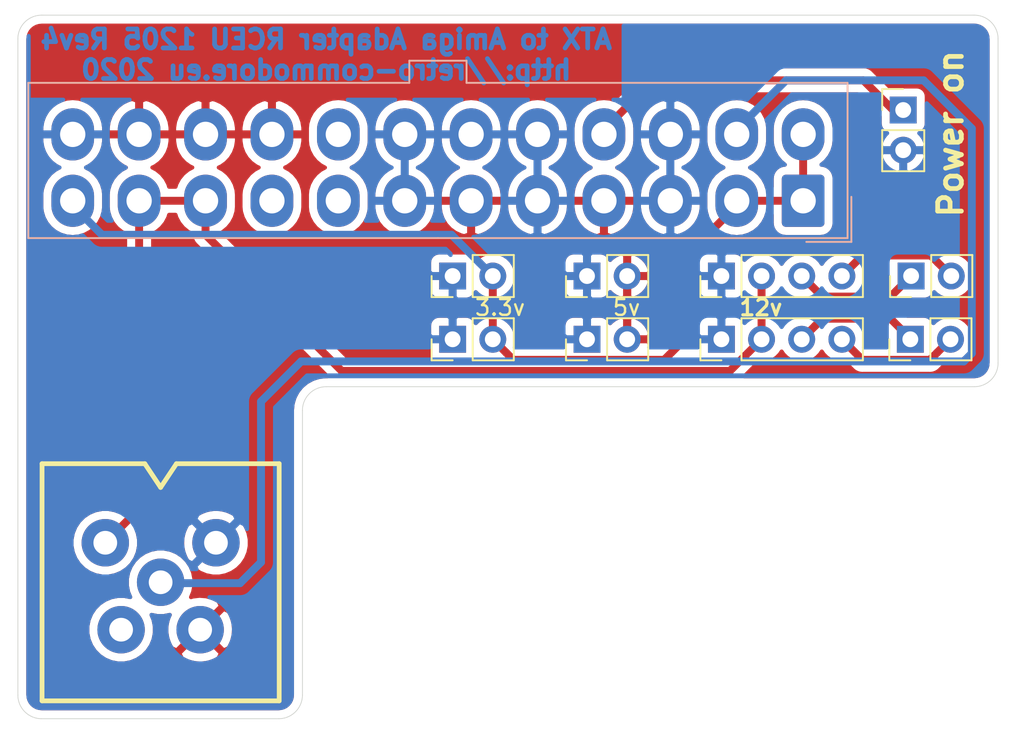
<source format=kicad_pcb>
(kicad_pcb (version 20171130) (host pcbnew "(5.1.5)-3")

  (general
    (thickness 1.6)
    (drawings 17)
    (tracks 57)
    (zones 0)
    (modules 11)
    (nets 15)
  )

  (page A4)
  (title_block
    (title "RCEU 1205 - ATX to Amiga power adapter")
    (date 2020-11-25)
    (rev 4)
    (comment 3 "by Tomse in 2020")
    (comment 4 "http://retro-commodore.eu 2020")
  )

  (layers
    (0 F.Cu signal)
    (31 B.Cu signal)
    (32 B.Adhes user)
    (33 F.Adhes user)
    (34 B.Paste user)
    (35 F.Paste user)
    (36 B.SilkS user)
    (37 F.SilkS user)
    (38 B.Mask user)
    (39 F.Mask user)
    (40 Dwgs.User user)
    (41 Cmts.User user)
    (42 Eco1.User user)
    (43 Eco2.User user)
    (44 Edge.Cuts user)
    (45 Margin user)
    (46 B.CrtYd user)
    (47 F.CrtYd user)
    (48 B.Fab user)
    (49 F.Fab user)
  )

  (setup
    (last_trace_width 0.5)
    (trace_clearance 0.2)
    (zone_clearance 0.508)
    (zone_45_only no)
    (trace_min 0.2)
    (via_size 0.8)
    (via_drill 0.4)
    (via_min_size 0.4)
    (via_min_drill 0.3)
    (uvia_size 0.3)
    (uvia_drill 0.1)
    (uvias_allowed no)
    (uvia_min_size 0.2)
    (uvia_min_drill 0.1)
    (edge_width 0.05)
    (segment_width 0.2)
    (pcb_text_width 0.3)
    (pcb_text_size 1.5 1.5)
    (mod_edge_width 0.12)
    (mod_text_size 1 1)
    (mod_text_width 0.15)
    (pad_size 1.524 1.524)
    (pad_drill 0.762)
    (pad_to_mask_clearance 0.051)
    (solder_mask_min_width 0.25)
    (aux_axis_origin 0 0)
    (visible_elements 7FFFFFFF)
    (pcbplotparams
      (layerselection 0x010fc_ffffffff)
      (usegerberextensions false)
      (usegerberattributes false)
      (usegerberadvancedattributes false)
      (creategerberjobfile false)
      (excludeedgelayer true)
      (linewidth 0.100000)
      (plotframeref false)
      (viasonmask false)
      (mode 1)
      (useauxorigin false)
      (hpglpennumber 1)
      (hpglpenspeed 20)
      (hpglpendiameter 15.000000)
      (psnegative false)
      (psa4output false)
      (plotreference true)
      (plotvalue true)
      (plotinvisibletext false)
      (padsonsilk false)
      (subtractmaskfromsilk false)
      (outputformat 1)
      (mirror false)
      (drillshape 0)
      (scaleselection 1)
      (outputdirectory "../../Gerber/"))
  )

  (net 0 "")
  (net 1 "Net-(J1-Pad20)")
  (net 2 "Net-(J1-Pad9)")
  (net 3 "Net-(J1-Pad8)")
  (net 4 "Net-(J3-Pad3)")
  (net 5 GNDREF)
  (net 6 /+5v)
  (net 7 /PWRON)
  (net 8 /-12v)
  (net 9 /+12v)
  (net 10 /+3.3v)
  (net 11 "Net-(J4-Pad4)")
  (net 12 "Net-(J4-Pad3)")
  (net 13 "Net-(J5-Pad4)")
  (net 14 "Net-(J5-Pad3)")

  (net_class Default "This is the default net class."
    (clearance 0.2)
    (trace_width 0.5)
    (via_dia 0.8)
    (via_drill 0.4)
    (uvia_dia 0.3)
    (uvia_drill 0.1)
    (add_net /+12v)
    (add_net /+3.3v)
    (add_net /+5v)
    (add_net /-12v)
    (add_net /PWRON)
    (add_net GNDREF)
    (add_net "Net-(J1-Pad20)")
    (add_net "Net-(J1-Pad8)")
    (add_net "Net-(J1-Pad9)")
    (add_net "Net-(J3-Pad3)")
    (add_net "Net-(J4-Pad3)")
    (add_net "Net-(J4-Pad4)")
    (add_net "Net-(J5-Pad3)")
    (add_net "Net-(J5-Pad4)")
  )

  (net_class Signal ""
    (clearance 0.2)
    (trace_width 0.5)
    (via_dia 0.8)
    (via_drill 0.4)
    (uvia_dia 0.3)
    (uvia_drill 0.1)
  )

  (module Footprints:Connector_DIN_Square_5pin (layer F.Cu) (tedit 5E8B3E22) (tstamp 5E8B960E)
    (at 113.03 102.87)
    (path /5E8BAC9A)
    (fp_text reference J3 (at 0 0.5) (layer F.SilkS) hide
      (effects (font (size 1 1) (thickness 0.15)))
    )
    (fp_text value Conn_01x05 (at 0 -0.5) (layer F.Fab)
      (effects (font (size 1 1) (thickness 0.15)))
    )
    (fp_line (start 1 -7.5) (end 7.5 -7.5) (layer F.SilkS) (width 0.3))
    (fp_line (start -7.5 -7.5) (end -1 -7.5) (layer F.SilkS) (width 0.3))
    (fp_line (start -1 -7.5) (end 0 -6) (layer F.SilkS) (width 0.3))
    (fp_line (start 1 -7.5) (end 0 -6) (layer F.SilkS) (width 0.3))
    (fp_line (start 7.5 7.5) (end 7.5 -7.5) (layer F.SilkS) (width 0.3))
    (fp_line (start -7.5 7.5) (end 7.5 7.5) (layer F.SilkS) (width 0.3))
    (fp_line (start -7.5 -7.5) (end -7.5 7.5) (layer F.SilkS) (width 0.3))
    (pad 5 thru_hole circle (at 0 0) (size 3 3) (drill 1.5) (layers *.Cu *.Mask)
      (net 8 /-12v))
    (pad 4 thru_hole circle (at -3.5 -2.5) (size 3 3) (drill 1.5) (layers *.Cu *.Mask)
      (net 9 /+12v))
    (pad 3 thru_hole circle (at -2.5 3) (size 3 3) (drill 1.5) (layers *.Cu *.Mask)
      (net 4 "Net-(J3-Pad3)"))
    (pad 2 thru_hole circle (at 2.5 3) (size 3 3) (drill 1.5) (layers *.Cu *.Mask)
      (net 6 /+5v))
    (pad 1 thru_hole circle (at 3.5 -2.5) (size 3 3) (drill 1.5) (layers *.Cu *.Mask)
      (net 5 GNDREF))
  )

  (module amiga-conn:Molex_Mini-Fit_Jr_5566-24A_2x12_P4.20mm_Vertical (layer F.Cu) (tedit 5F710F6E) (tstamp 5F717C6F)
    (at 153.67 78.74 180)
    (descr "Molex Mini-Fit Jr. Power Connectors, old mpn/engineering number: 5566-24A, example for new mpn: 39-28-x24x, 12 Pins per row, Mounting:  (http://www.molex.com/pdm_docs/sd/039281043_sd.pdf), generated with kicad-footprint-generator")
    (tags "connector Molex Mini-Fit_Jr side entry")
    (path /5E8B3602)
    (fp_text reference J1 (at 23.1 -3.45) (layer F.SilkS) hide
      (effects (font (size 1 1) (thickness 0.15)))
    )
    (fp_text value ATX-24 (at 23.1 9.95) (layer F.Fab)
      (effects (font (size 1 1) (thickness 0.15)))
    )
    (fp_line (start -2.7 -2.25) (end -2.7 7.35) (layer F.Fab) (width 0.1))
    (fp_line (start -2.7 7.35) (end 48.9 7.35) (layer F.Fab) (width 0.1))
    (fp_line (start 48.9 7.35) (end 48.9 -2.25) (layer F.Fab) (width 0.1))
    (fp_line (start 48.9 -2.25) (end -2.7 -2.25) (layer F.Fab) (width 0.1))
    (fp_line (start 21.4 7.35) (end 21.4 8.75) (layer F.Fab) (width 0.1))
    (fp_line (start 21.4 8.75) (end 24.8 8.75) (layer F.Fab) (width 0.1))
    (fp_line (start 24.8 8.75) (end 24.8 7.35) (layer F.Fab) (width 0.1))
    (fp_line (start -1.65 -1) (end -1.65 2.3) (layer F.Fab) (width 0.1))
    (fp_line (start -1.65 2.3) (end 1.65 2.3) (layer F.Fab) (width 0.1))
    (fp_line (start 1.65 2.3) (end 1.65 -1) (layer F.Fab) (width 0.1))
    (fp_line (start 1.65 -1) (end -1.65 -1) (layer F.Fab) (width 0.1))
    (fp_line (start -1.65 5.9) (end -1.65 3.425) (layer F.Fab) (width 0.1))
    (fp_line (start -1.65 3.425) (end -0.825 2.6) (layer F.Fab) (width 0.1))
    (fp_line (start -0.825 2.6) (end 0.825 2.6) (layer F.Fab) (width 0.1))
    (fp_line (start 0.825 2.6) (end 1.65 3.425) (layer F.Fab) (width 0.1))
    (fp_line (start 1.65 3.425) (end 1.65 5.9) (layer F.Fab) (width 0.1))
    (fp_line (start 1.65 5.9) (end -1.65 5.9) (layer F.Fab) (width 0.1))
    (fp_line (start 2.55 2.6) (end 2.55 5.9) (layer F.Fab) (width 0.1))
    (fp_line (start 2.55 5.9) (end 5.85 5.9) (layer F.Fab) (width 0.1))
    (fp_line (start 5.85 5.9) (end 5.85 2.6) (layer F.Fab) (width 0.1))
    (fp_line (start 5.85 2.6) (end 2.55 2.6) (layer F.Fab) (width 0.1))
    (fp_line (start 2.55 2.3) (end 2.55 -0.175) (layer F.Fab) (width 0.1))
    (fp_line (start 2.55 -0.175) (end 3.375 -1) (layer F.Fab) (width 0.1))
    (fp_line (start 3.375 -1) (end 5.025 -1) (layer F.Fab) (width 0.1))
    (fp_line (start 5.025 -1) (end 5.85 -0.175) (layer F.Fab) (width 0.1))
    (fp_line (start 5.85 -0.175) (end 5.85 2.3) (layer F.Fab) (width 0.1))
    (fp_line (start 5.85 2.3) (end 2.55 2.3) (layer F.Fab) (width 0.1))
    (fp_line (start 6.75 2.6) (end 6.75 5.9) (layer F.Fab) (width 0.1))
    (fp_line (start 6.75 5.9) (end 10.05 5.9) (layer F.Fab) (width 0.1))
    (fp_line (start 10.05 5.9) (end 10.05 2.6) (layer F.Fab) (width 0.1))
    (fp_line (start 10.05 2.6) (end 6.75 2.6) (layer F.Fab) (width 0.1))
    (fp_line (start 6.75 2.3) (end 6.75 -0.175) (layer F.Fab) (width 0.1))
    (fp_line (start 6.75 -0.175) (end 7.575 -1) (layer F.Fab) (width 0.1))
    (fp_line (start 7.575 -1) (end 9.225 -1) (layer F.Fab) (width 0.1))
    (fp_line (start 9.225 -1) (end 10.05 -0.175) (layer F.Fab) (width 0.1))
    (fp_line (start 10.05 -0.175) (end 10.05 2.3) (layer F.Fab) (width 0.1))
    (fp_line (start 10.05 2.3) (end 6.75 2.3) (layer F.Fab) (width 0.1))
    (fp_line (start 10.95 -1) (end 10.95 2.3) (layer F.Fab) (width 0.1))
    (fp_line (start 10.95 2.3) (end 14.25 2.3) (layer F.Fab) (width 0.1))
    (fp_line (start 14.25 2.3) (end 14.25 -1) (layer F.Fab) (width 0.1))
    (fp_line (start 14.25 -1) (end 10.95 -1) (layer F.Fab) (width 0.1))
    (fp_line (start 10.95 5.9) (end 10.95 3.425) (layer F.Fab) (width 0.1))
    (fp_line (start 10.95 3.425) (end 11.775 2.6) (layer F.Fab) (width 0.1))
    (fp_line (start 11.775 2.6) (end 13.425 2.6) (layer F.Fab) (width 0.1))
    (fp_line (start 13.425 2.6) (end 14.25 3.425) (layer F.Fab) (width 0.1))
    (fp_line (start 14.25 3.425) (end 14.25 5.9) (layer F.Fab) (width 0.1))
    (fp_line (start 14.25 5.9) (end 10.95 5.9) (layer F.Fab) (width 0.1))
    (fp_line (start 15.15 -1) (end 15.15 2.3) (layer F.Fab) (width 0.1))
    (fp_line (start 15.15 2.3) (end 18.45 2.3) (layer F.Fab) (width 0.1))
    (fp_line (start 18.45 2.3) (end 18.45 -1) (layer F.Fab) (width 0.1))
    (fp_line (start 18.45 -1) (end 15.15 -1) (layer F.Fab) (width 0.1))
    (fp_line (start 15.15 5.9) (end 15.15 3.425) (layer F.Fab) (width 0.1))
    (fp_line (start 15.15 3.425) (end 15.975 2.6) (layer F.Fab) (width 0.1))
    (fp_line (start 15.975 2.6) (end 17.625 2.6) (layer F.Fab) (width 0.1))
    (fp_line (start 17.625 2.6) (end 18.45 3.425) (layer F.Fab) (width 0.1))
    (fp_line (start 18.45 3.425) (end 18.45 5.9) (layer F.Fab) (width 0.1))
    (fp_line (start 18.45 5.9) (end 15.15 5.9) (layer F.Fab) (width 0.1))
    (fp_line (start 19.35 2.6) (end 19.35 5.9) (layer F.Fab) (width 0.1))
    (fp_line (start 19.35 5.9) (end 22.65 5.9) (layer F.Fab) (width 0.1))
    (fp_line (start 22.65 5.9) (end 22.65 2.6) (layer F.Fab) (width 0.1))
    (fp_line (start 22.65 2.6) (end 19.35 2.6) (layer F.Fab) (width 0.1))
    (fp_line (start 19.35 2.3) (end 19.35 -0.175) (layer F.Fab) (width 0.1))
    (fp_line (start 19.35 -0.175) (end 20.175 -1) (layer F.Fab) (width 0.1))
    (fp_line (start 20.175 -1) (end 21.825 -1) (layer F.Fab) (width 0.1))
    (fp_line (start 21.825 -1) (end 22.65 -0.175) (layer F.Fab) (width 0.1))
    (fp_line (start 22.65 -0.175) (end 22.65 2.3) (layer F.Fab) (width 0.1))
    (fp_line (start 22.65 2.3) (end 19.35 2.3) (layer F.Fab) (width 0.1))
    (fp_line (start 23.55 2.6) (end 23.55 5.9) (layer F.Fab) (width 0.1))
    (fp_line (start 23.55 5.9) (end 26.85 5.9) (layer F.Fab) (width 0.1))
    (fp_line (start 26.85 5.9) (end 26.85 2.6) (layer F.Fab) (width 0.1))
    (fp_line (start 26.85 2.6) (end 23.55 2.6) (layer F.Fab) (width 0.1))
    (fp_line (start 23.55 2.3) (end 23.55 -0.175) (layer F.Fab) (width 0.1))
    (fp_line (start 23.55 -0.175) (end 24.375 -1) (layer F.Fab) (width 0.1))
    (fp_line (start 24.375 -1) (end 26.025 -1) (layer F.Fab) (width 0.1))
    (fp_line (start 26.025 -1) (end 26.85 -0.175) (layer F.Fab) (width 0.1))
    (fp_line (start 26.85 -0.175) (end 26.85 2.3) (layer F.Fab) (width 0.1))
    (fp_line (start 26.85 2.3) (end 23.55 2.3) (layer F.Fab) (width 0.1))
    (fp_line (start 27.75 -1) (end 27.75 2.3) (layer F.Fab) (width 0.1))
    (fp_line (start 27.75 2.3) (end 31.05 2.3) (layer F.Fab) (width 0.1))
    (fp_line (start 31.05 2.3) (end 31.05 -1) (layer F.Fab) (width 0.1))
    (fp_line (start 31.05 -1) (end 27.75 -1) (layer F.Fab) (width 0.1))
    (fp_line (start 27.75 5.9) (end 27.75 3.425) (layer F.Fab) (width 0.1))
    (fp_line (start 27.75 3.425) (end 28.575 2.6) (layer F.Fab) (width 0.1))
    (fp_line (start 28.575 2.6) (end 30.225 2.6) (layer F.Fab) (width 0.1))
    (fp_line (start 30.225 2.6) (end 31.05 3.425) (layer F.Fab) (width 0.1))
    (fp_line (start 31.05 3.425) (end 31.05 5.9) (layer F.Fab) (width 0.1))
    (fp_line (start 31.05 5.9) (end 27.75 5.9) (layer F.Fab) (width 0.1))
    (fp_line (start 31.95 -1) (end 31.95 2.3) (layer F.Fab) (width 0.1))
    (fp_line (start 31.95 2.3) (end 35.25 2.3) (layer F.Fab) (width 0.1))
    (fp_line (start 35.25 2.3) (end 35.25 -1) (layer F.Fab) (width 0.1))
    (fp_line (start 35.25 -1) (end 31.95 -1) (layer F.Fab) (width 0.1))
    (fp_line (start 31.95 5.9) (end 31.95 3.425) (layer F.Fab) (width 0.1))
    (fp_line (start 31.95 3.425) (end 32.775 2.6) (layer F.Fab) (width 0.1))
    (fp_line (start 32.775 2.6) (end 34.425 2.6) (layer F.Fab) (width 0.1))
    (fp_line (start 34.425 2.6) (end 35.25 3.425) (layer F.Fab) (width 0.1))
    (fp_line (start 35.25 3.425) (end 35.25 5.9) (layer F.Fab) (width 0.1))
    (fp_line (start 35.25 5.9) (end 31.95 5.9) (layer F.Fab) (width 0.1))
    (fp_line (start 36.15 2.6) (end 36.15 5.9) (layer F.Fab) (width 0.1))
    (fp_line (start 36.15 5.9) (end 39.45 5.9) (layer F.Fab) (width 0.1))
    (fp_line (start 39.45 5.9) (end 39.45 2.6) (layer F.Fab) (width 0.1))
    (fp_line (start 39.45 2.6) (end 36.15 2.6) (layer F.Fab) (width 0.1))
    (fp_line (start 36.15 2.3) (end 36.15 -0.175) (layer F.Fab) (width 0.1))
    (fp_line (start 36.15 -0.175) (end 36.975 -1) (layer F.Fab) (width 0.1))
    (fp_line (start 36.975 -1) (end 38.625 -1) (layer F.Fab) (width 0.1))
    (fp_line (start 38.625 -1) (end 39.45 -0.175) (layer F.Fab) (width 0.1))
    (fp_line (start 39.45 -0.175) (end 39.45 2.3) (layer F.Fab) (width 0.1))
    (fp_line (start 39.45 2.3) (end 36.15 2.3) (layer F.Fab) (width 0.1))
    (fp_line (start 40.35 2.6) (end 40.35 5.9) (layer F.Fab) (width 0.1))
    (fp_line (start 40.35 5.9) (end 43.65 5.9) (layer F.Fab) (width 0.1))
    (fp_line (start 43.65 5.9) (end 43.65 2.6) (layer F.Fab) (width 0.1))
    (fp_line (start 43.65 2.6) (end 40.35 2.6) (layer F.Fab) (width 0.1))
    (fp_line (start 40.35 2.3) (end 40.35 -0.175) (layer F.Fab) (width 0.1))
    (fp_line (start 40.35 -0.175) (end 41.175 -1) (layer F.Fab) (width 0.1))
    (fp_line (start 41.175 -1) (end 42.825 -1) (layer F.Fab) (width 0.1))
    (fp_line (start 42.825 -1) (end 43.65 -0.175) (layer F.Fab) (width 0.1))
    (fp_line (start 43.65 -0.175) (end 43.65 2.3) (layer F.Fab) (width 0.1))
    (fp_line (start 43.65 2.3) (end 40.35 2.3) (layer F.Fab) (width 0.1))
    (fp_line (start 44.55 -1) (end 44.55 2.3) (layer F.Fab) (width 0.1))
    (fp_line (start 44.55 2.3) (end 47.85 2.3) (layer F.Fab) (width 0.1))
    (fp_line (start 47.85 2.3) (end 47.85 -1) (layer F.Fab) (width 0.1))
    (fp_line (start 47.85 -1) (end 44.55 -1) (layer F.Fab) (width 0.1))
    (fp_line (start 44.55 5.9) (end 44.55 3.425) (layer F.Fab) (width 0.1))
    (fp_line (start 44.55 3.425) (end 45.375 2.6) (layer F.Fab) (width 0.1))
    (fp_line (start 45.375 2.6) (end 47.025 2.6) (layer F.Fab) (width 0.1))
    (fp_line (start 47.025 2.6) (end 47.85 3.425) (layer F.Fab) (width 0.1))
    (fp_line (start 47.85 3.425) (end 47.85 5.9) (layer F.Fab) (width 0.1))
    (fp_line (start 47.85 5.9) (end 44.55 5.9) (layer F.Fab) (width 0.1))
    (fp_line (start 23.1 -2.36) (end -2.81 -2.36) (layer B.SilkS) (width 0.12))
    (fp_line (start -2.81 -2.36) (end -2.81 7.46) (layer B.SilkS) (width 0.12))
    (fp_line (start -2.81 7.46) (end 21.29 7.46) (layer B.SilkS) (width 0.12))
    (fp_line (start 21.29 7.46) (end 21.29 8.86) (layer B.SilkS) (width 0.12))
    (fp_line (start 21.29 8.86) (end 23.1 8.86) (layer B.SilkS) (width 0.12))
    (fp_line (start 23.1 -2.36) (end 49.01 -2.36) (layer B.SilkS) (width 0.12))
    (fp_line (start 49.01 -2.36) (end 49.01 7.46) (layer B.SilkS) (width 0.12))
    (fp_line (start 49.01 7.46) (end 24.91 7.46) (layer B.SilkS) (width 0.12))
    (fp_line (start 24.91 7.46) (end 24.91 8.86) (layer B.SilkS) (width 0.12))
    (fp_line (start 24.91 8.86) (end 23.1 8.86) (layer B.SilkS) (width 0.12))
    (fp_line (start -0.2 -2.6) (end -3.05 -2.6) (layer B.SilkS) (width 0.12))
    (fp_line (start -3.05 -2.6) (end -3.05 0.25) (layer B.SilkS) (width 0.12))
    (fp_line (start -0.2 -2.6) (end -3.05 -2.6) (layer F.Fab) (width 0.1))
    (fp_line (start -3.05 -2.6) (end -3.05 0.25) (layer F.Fab) (width 0.1))
    (fp_line (start -3.2 -2.75) (end -3.2 9.25) (layer F.CrtYd) (width 0.05))
    (fp_line (start -3.2 9.25) (end 49.4 9.25) (layer F.CrtYd) (width 0.05))
    (fp_line (start 49.4 9.25) (end 49.4 -2.75) (layer F.CrtYd) (width 0.05))
    (fp_line (start 49.4 -2.75) (end -3.2 -2.75) (layer F.CrtYd) (width 0.05))
    (fp_text user %R (at 23.1 -1.55) (layer F.Fab)
      (effects (font (size 1 1) (thickness 0.15)))
    )
    (pad 1 thru_hole roundrect (at 0 0 180) (size 2.7 3.3) (drill 1.6) (layers *.Cu *.Mask) (roundrect_rratio 0.09300000000000001)
      (net 10 /+3.3v))
    (pad 2 thru_hole oval (at 4.2 0 180) (size 2.7 3.3) (drill 1.6) (layers *.Cu *.Mask)
      (net 10 /+3.3v))
    (pad 3 thru_hole oval (at 8.4 0 180) (size 2.7 3.3) (drill 1.6) (layers *.Cu *.Mask)
      (net 5 GNDREF))
    (pad 4 thru_hole oval (at 12.6 0 180) (size 2.7 3.3) (drill 1.6) (layers *.Cu *.Mask)
      (net 6 /+5v))
    (pad 5 thru_hole oval (at 16.8 0 180) (size 2.7 3.3) (drill 1.6) (layers *.Cu *.Mask)
      (net 5 GNDREF))
    (pad 6 thru_hole oval (at 21 0 180) (size 2.7 3.3) (drill 1.6) (layers *.Cu *.Mask)
      (net 6 /+5v))
    (pad 7 thru_hole oval (at 25.2 0 180) (size 2.7 3.3) (drill 1.6) (layers *.Cu *.Mask)
      (net 5 GNDREF))
    (pad 8 thru_hole oval (at 29.4 0 180) (size 2.7 3.3) (drill 1.6) (layers *.Cu *.Mask)
      (net 3 "Net-(J1-Pad8)"))
    (pad 9 thru_hole oval (at 33.6 0 180) (size 2.7 3.3) (drill 1.6) (layers *.Cu *.Mask)
      (net 2 "Net-(J1-Pad9)"))
    (pad 10 thru_hole oval (at 37.8 0 180) (size 2.7 3.3) (drill 1.6) (layers *.Cu *.Mask)
      (net 9 /+12v))
    (pad 11 thru_hole oval (at 42 0 180) (size 2.7 3.3) (drill 1.6) (layers *.Cu *.Mask)
      (net 9 /+12v))
    (pad 12 thru_hole oval (at 46.2 0 180) (size 2.7 3.3) (drill 1.6) (layers *.Cu *.Mask)
      (net 10 /+3.3v))
    (pad 13 thru_hole oval (at 0 4.2 180) (size 2.7 3.3) (drill 1.6) (layers *.Cu *.Mask)
      (net 10 /+3.3v))
    (pad 14 thru_hole oval (at 4.2 4.2 180) (size 2.7 3.3) (drill 1.6) (layers *.Cu *.Mask)
      (net 8 /-12v))
    (pad 15 thru_hole oval (at 8.4 4.2 180) (size 2.7 3.3) (drill 1.6) (layers *.Cu *.Mask)
      (net 5 GNDREF))
    (pad 16 thru_hole oval (at 12.6 4.2 180) (size 2.7 3.3) (drill 1.6) (layers *.Cu *.Mask)
      (net 7 /PWRON))
    (pad 17 thru_hole oval (at 16.8 4.2 180) (size 2.7 3.3) (drill 1.6) (layers *.Cu *.Mask)
      (net 5 GNDREF))
    (pad 18 thru_hole oval (at 21 4.2 180) (size 2.7 3.3) (drill 1.6) (layers *.Cu *.Mask)
      (net 5 GNDREF))
    (pad 19 thru_hole oval (at 25.2 4.2 180) (size 2.7 3.3) (drill 1.6) (layers *.Cu *.Mask)
      (net 5 GNDREF))
    (pad 20 thru_hole oval (at 29.4 4.2 180) (size 2.7 3.3) (drill 1.6) (layers *.Cu *.Mask)
      (net 1 "Net-(J1-Pad20)"))
    (pad 21 thru_hole oval (at 33.6 4.2 180) (size 2.7 3.3) (drill 1.6) (layers *.Cu *.Mask)
      (net 6 /+5v))
    (pad 22 thru_hole oval (at 37.8 4.2 180) (size 2.7 3.3) (drill 1.6) (layers *.Cu *.Mask)
      (net 6 /+5v))
    (pad 23 thru_hole oval (at 42 4.2 180) (size 2.7 3.3) (drill 1.6) (layers *.Cu *.Mask)
      (net 6 /+5v))
    (pad 24 thru_hole oval (at 46.2 4.2 180) (size 2.7 3.3) (drill 1.6) (layers *.Cu *.Mask)
      (net 5 GNDREF))
    (model ${KISYS3DMOD}/Connector_Molex.3dshapes/Molex_Mini-Fit_Jr_5566-24A_2x12_P4.20mm_Vertical.wrl
      (at (xyz 0 0 0))
      (scale (xyz 1 1 1))
      (rotate (xyz 0 0 0))
    )
  )

  (module Connector_PinHeader_2.54mm:PinHeader_1x02_P2.54mm_Vertical (layer F.Cu) (tedit 59FED5CC) (tstamp 5E8B9B32)
    (at 160 73)
    (descr "Through hole straight pin header, 1x02, 2.54mm pitch, single row")
    (tags "Through hole pin header THT 1x02 2.54mm single row")
    (path /5E8B8529)
    (fp_text reference J2 (at 0 -2.33) (layer F.SilkS) hide
      (effects (font (size 1 1) (thickness 0.15)))
    )
    (fp_text value Conn_01x02 (at 0 4.87) (layer F.Fab)
      (effects (font (size 1 1) (thickness 0.15)))
    )
    (fp_text user %R (at 0 1.27 90) (layer F.Fab)
      (effects (font (size 1 1) (thickness 0.15)))
    )
    (fp_line (start 1.8 -1.8) (end -1.8 -1.8) (layer F.CrtYd) (width 0.05))
    (fp_line (start 1.8 4.35) (end 1.8 -1.8) (layer F.CrtYd) (width 0.05))
    (fp_line (start -1.8 4.35) (end 1.8 4.35) (layer F.CrtYd) (width 0.05))
    (fp_line (start -1.8 -1.8) (end -1.8 4.35) (layer F.CrtYd) (width 0.05))
    (fp_line (start -1.33 -1.33) (end 0 -1.33) (layer F.SilkS) (width 0.12))
    (fp_line (start -1.33 0) (end -1.33 -1.33) (layer F.SilkS) (width 0.12))
    (fp_line (start -1.33 1.27) (end 1.33 1.27) (layer F.SilkS) (width 0.12))
    (fp_line (start 1.33 1.27) (end 1.33 3.87) (layer F.SilkS) (width 0.12))
    (fp_line (start -1.33 1.27) (end -1.33 3.87) (layer F.SilkS) (width 0.12))
    (fp_line (start -1.33 3.87) (end 1.33 3.87) (layer F.SilkS) (width 0.12))
    (fp_line (start -1.27 -0.635) (end -0.635 -1.27) (layer F.Fab) (width 0.1))
    (fp_line (start -1.27 3.81) (end -1.27 -0.635) (layer F.Fab) (width 0.1))
    (fp_line (start 1.27 3.81) (end -1.27 3.81) (layer F.Fab) (width 0.1))
    (fp_line (start 1.27 -1.27) (end 1.27 3.81) (layer F.Fab) (width 0.1))
    (fp_line (start -0.635 -1.27) (end 1.27 -1.27) (layer F.Fab) (width 0.1))
    (pad 2 thru_hole oval (at 0 2.54) (size 1.7 1.7) (drill 1) (layers *.Cu *.Mask)
      (net 5 GNDREF))
    (pad 1 thru_hole rect (at 0 0) (size 1.7 1.7) (drill 1) (layers *.Cu *.Mask)
      (net 7 /PWRON))
    (model ${KISYS3DMOD}/Connector_PinHeader_2.54mm.3dshapes/PinHeader_1x02_P2.54mm_Vertical.wrl
      (at (xyz 0 0 0))
      (scale (xyz 1 1 1))
      (rotate (xyz 0 0 0))
    )
  )

  (module Connector_PinHeader_2.54mm:PinHeader_1x02_P2.54mm_Vertical (layer F.Cu) (tedit 59FED5CC) (tstamp 5E8BAC66)
    (at 131.5 83.5 90)
    (descr "Through hole straight pin header, 1x02, 2.54mm pitch, single row")
    (tags "Through hole pin header THT 1x02 2.54mm single row")
    (path /5E8C433A)
    (fp_text reference J11 (at 0 -2.33 90) (layer F.SilkS) hide
      (effects (font (size 1 1) (thickness 0.15)))
    )
    (fp_text value Conn_01x02 (at 0 4.87 90) (layer F.Fab)
      (effects (font (size 1 1) (thickness 0.15)))
    )
    (fp_text user %R (at 0 1.27) (layer F.Fab)
      (effects (font (size 1 1) (thickness 0.15)))
    )
    (fp_line (start 1.8 -1.8) (end -1.8 -1.8) (layer F.CrtYd) (width 0.05))
    (fp_line (start 1.8 4.35) (end 1.8 -1.8) (layer F.CrtYd) (width 0.05))
    (fp_line (start -1.8 4.35) (end 1.8 4.35) (layer F.CrtYd) (width 0.05))
    (fp_line (start -1.8 -1.8) (end -1.8 4.35) (layer F.CrtYd) (width 0.05))
    (fp_line (start -1.33 -1.33) (end 0 -1.33) (layer F.SilkS) (width 0.12))
    (fp_line (start -1.33 0) (end -1.33 -1.33) (layer F.SilkS) (width 0.12))
    (fp_line (start -1.33 1.27) (end 1.33 1.27) (layer F.SilkS) (width 0.12))
    (fp_line (start 1.33 1.27) (end 1.33 3.87) (layer F.SilkS) (width 0.12))
    (fp_line (start -1.33 1.27) (end -1.33 3.87) (layer F.SilkS) (width 0.12))
    (fp_line (start -1.33 3.87) (end 1.33 3.87) (layer F.SilkS) (width 0.12))
    (fp_line (start -1.27 -0.635) (end -0.635 -1.27) (layer F.Fab) (width 0.1))
    (fp_line (start -1.27 3.81) (end -1.27 -0.635) (layer F.Fab) (width 0.1))
    (fp_line (start 1.27 3.81) (end -1.27 3.81) (layer F.Fab) (width 0.1))
    (fp_line (start 1.27 -1.27) (end 1.27 3.81) (layer F.Fab) (width 0.1))
    (fp_line (start -0.635 -1.27) (end 1.27 -1.27) (layer F.Fab) (width 0.1))
    (pad 2 thru_hole oval (at 0 2.54 90) (size 1.7 1.7) (drill 1) (layers *.Cu *.Mask)
      (net 10 /+3.3v))
    (pad 1 thru_hole rect (at 0 0 90) (size 1.7 1.7) (drill 1) (layers *.Cu *.Mask)
      (net 5 GNDREF))
    (model ${KISYS3DMOD}/Connector_PinHeader_2.54mm.3dshapes/PinHeader_1x02_P2.54mm_Vertical.wrl
      (at (xyz 0 0 0))
      (scale (xyz 1 1 1))
      (rotate (xyz 0 0 0))
    )
  )

  (module Connector_PinHeader_2.54mm:PinHeader_1x02_P2.54mm_Vertical (layer F.Cu) (tedit 59FED5CC) (tstamp 5E8BAC50)
    (at 131.5 87.5 90)
    (descr "Through hole straight pin header, 1x02, 2.54mm pitch, single row")
    (tags "Through hole pin header THT 1x02 2.54mm single row")
    (path /5E8C3E9D)
    (fp_text reference J10 (at 0 -2.33 90) (layer F.SilkS) hide
      (effects (font (size 1 1) (thickness 0.15)))
    )
    (fp_text value Conn_01x02 (at 0 4.87 90) (layer F.Fab)
      (effects (font (size 1 1) (thickness 0.15)))
    )
    (fp_text user %R (at 0 1.27) (layer F.Fab)
      (effects (font (size 1 1) (thickness 0.15)))
    )
    (fp_line (start 1.8 -1.8) (end -1.8 -1.8) (layer F.CrtYd) (width 0.05))
    (fp_line (start 1.8 4.35) (end 1.8 -1.8) (layer F.CrtYd) (width 0.05))
    (fp_line (start -1.8 4.35) (end 1.8 4.35) (layer F.CrtYd) (width 0.05))
    (fp_line (start -1.8 -1.8) (end -1.8 4.35) (layer F.CrtYd) (width 0.05))
    (fp_line (start -1.33 -1.33) (end 0 -1.33) (layer F.SilkS) (width 0.12))
    (fp_line (start -1.33 0) (end -1.33 -1.33) (layer F.SilkS) (width 0.12))
    (fp_line (start -1.33 1.27) (end 1.33 1.27) (layer F.SilkS) (width 0.12))
    (fp_line (start 1.33 1.27) (end 1.33 3.87) (layer F.SilkS) (width 0.12))
    (fp_line (start -1.33 1.27) (end -1.33 3.87) (layer F.SilkS) (width 0.12))
    (fp_line (start -1.33 3.87) (end 1.33 3.87) (layer F.SilkS) (width 0.12))
    (fp_line (start -1.27 -0.635) (end -0.635 -1.27) (layer F.Fab) (width 0.1))
    (fp_line (start -1.27 3.81) (end -1.27 -0.635) (layer F.Fab) (width 0.1))
    (fp_line (start 1.27 3.81) (end -1.27 3.81) (layer F.Fab) (width 0.1))
    (fp_line (start 1.27 -1.27) (end 1.27 3.81) (layer F.Fab) (width 0.1))
    (fp_line (start -0.635 -1.27) (end 1.27 -1.27) (layer F.Fab) (width 0.1))
    (pad 2 thru_hole oval (at 0 2.54 90) (size 1.7 1.7) (drill 1) (layers *.Cu *.Mask)
      (net 10 /+3.3v))
    (pad 1 thru_hole rect (at 0 0 90) (size 1.7 1.7) (drill 1) (layers *.Cu *.Mask)
      (net 5 GNDREF))
    (model ${KISYS3DMOD}/Connector_PinHeader_2.54mm.3dshapes/PinHeader_1x02_P2.54mm_Vertical.wrl
      (at (xyz 0 0 0))
      (scale (xyz 1 1 1))
      (rotate (xyz 0 0 0))
    )
  )

  (module Connector_PinHeader_2.54mm:PinHeader_1x02_P2.54mm_Vertical (layer F.Cu) (tedit 59FED5CC) (tstamp 5E8BAC3A)
    (at 140 87.5 90)
    (descr "Through hole straight pin header, 1x02, 2.54mm pitch, single row")
    (tags "Through hole pin header THT 1x02 2.54mm single row")
    (path /5E8C3893)
    (fp_text reference J9 (at 0 -2.33 90) (layer F.SilkS) hide
      (effects (font (size 1 1) (thickness 0.15)))
    )
    (fp_text value Conn_01x02 (at 0 4.87 90) (layer F.Fab)
      (effects (font (size 1 1) (thickness 0.15)))
    )
    (fp_text user %R (at 0 1.27) (layer F.Fab)
      (effects (font (size 1 1) (thickness 0.15)))
    )
    (fp_line (start 1.8 -1.8) (end -1.8 -1.8) (layer F.CrtYd) (width 0.05))
    (fp_line (start 1.8 4.35) (end 1.8 -1.8) (layer F.CrtYd) (width 0.05))
    (fp_line (start -1.8 4.35) (end 1.8 4.35) (layer F.CrtYd) (width 0.05))
    (fp_line (start -1.8 -1.8) (end -1.8 4.35) (layer F.CrtYd) (width 0.05))
    (fp_line (start -1.33 -1.33) (end 0 -1.33) (layer F.SilkS) (width 0.12))
    (fp_line (start -1.33 0) (end -1.33 -1.33) (layer F.SilkS) (width 0.12))
    (fp_line (start -1.33 1.27) (end 1.33 1.27) (layer F.SilkS) (width 0.12))
    (fp_line (start 1.33 1.27) (end 1.33 3.87) (layer F.SilkS) (width 0.12))
    (fp_line (start -1.33 1.27) (end -1.33 3.87) (layer F.SilkS) (width 0.12))
    (fp_line (start -1.33 3.87) (end 1.33 3.87) (layer F.SilkS) (width 0.12))
    (fp_line (start -1.27 -0.635) (end -0.635 -1.27) (layer F.Fab) (width 0.1))
    (fp_line (start -1.27 3.81) (end -1.27 -0.635) (layer F.Fab) (width 0.1))
    (fp_line (start 1.27 3.81) (end -1.27 3.81) (layer F.Fab) (width 0.1))
    (fp_line (start 1.27 -1.27) (end 1.27 3.81) (layer F.Fab) (width 0.1))
    (fp_line (start -0.635 -1.27) (end 1.27 -1.27) (layer F.Fab) (width 0.1))
    (pad 2 thru_hole oval (at 0 2.54 90) (size 1.7 1.7) (drill 1) (layers *.Cu *.Mask)
      (net 6 /+5v))
    (pad 1 thru_hole rect (at 0 0 90) (size 1.7 1.7) (drill 1) (layers *.Cu *.Mask)
      (net 5 GNDREF))
    (model ${KISYS3DMOD}/Connector_PinHeader_2.54mm.3dshapes/PinHeader_1x02_P2.54mm_Vertical.wrl
      (at (xyz 0 0 0))
      (scale (xyz 1 1 1))
      (rotate (xyz 0 0 0))
    )
  )

  (module Connector_PinHeader_2.54mm:PinHeader_1x02_P2.54mm_Vertical (layer F.Cu) (tedit 59FED5CC) (tstamp 5E8BAC24)
    (at 140 83.5 90)
    (descr "Through hole straight pin header, 1x02, 2.54mm pitch, single row")
    (tags "Through hole pin header THT 1x02 2.54mm single row")
    (path /5E8C2834)
    (fp_text reference J8 (at 0 -2.33 90) (layer F.SilkS) hide
      (effects (font (size 1 1) (thickness 0.15)))
    )
    (fp_text value Conn_01x02 (at 0 4.87 90) (layer F.Fab)
      (effects (font (size 1 1) (thickness 0.15)))
    )
    (fp_text user %R (at 0 1.27) (layer F.Fab)
      (effects (font (size 1 1) (thickness 0.15)))
    )
    (fp_line (start 1.8 -1.8) (end -1.8 -1.8) (layer F.CrtYd) (width 0.05))
    (fp_line (start 1.8 4.35) (end 1.8 -1.8) (layer F.CrtYd) (width 0.05))
    (fp_line (start -1.8 4.35) (end 1.8 4.35) (layer F.CrtYd) (width 0.05))
    (fp_line (start -1.8 -1.8) (end -1.8 4.35) (layer F.CrtYd) (width 0.05))
    (fp_line (start -1.33 -1.33) (end 0 -1.33) (layer F.SilkS) (width 0.12))
    (fp_line (start -1.33 0) (end -1.33 -1.33) (layer F.SilkS) (width 0.12))
    (fp_line (start -1.33 1.27) (end 1.33 1.27) (layer F.SilkS) (width 0.12))
    (fp_line (start 1.33 1.27) (end 1.33 3.87) (layer F.SilkS) (width 0.12))
    (fp_line (start -1.33 1.27) (end -1.33 3.87) (layer F.SilkS) (width 0.12))
    (fp_line (start -1.33 3.87) (end 1.33 3.87) (layer F.SilkS) (width 0.12))
    (fp_line (start -1.27 -0.635) (end -0.635 -1.27) (layer F.Fab) (width 0.1))
    (fp_line (start -1.27 3.81) (end -1.27 -0.635) (layer F.Fab) (width 0.1))
    (fp_line (start 1.27 3.81) (end -1.27 3.81) (layer F.Fab) (width 0.1))
    (fp_line (start 1.27 -1.27) (end 1.27 3.81) (layer F.Fab) (width 0.1))
    (fp_line (start -0.635 -1.27) (end 1.27 -1.27) (layer F.Fab) (width 0.1))
    (pad 2 thru_hole oval (at 0 2.54 90) (size 1.7 1.7) (drill 1) (layers *.Cu *.Mask)
      (net 6 /+5v))
    (pad 1 thru_hole rect (at 0 0 90) (size 1.7 1.7) (drill 1) (layers *.Cu *.Mask)
      (net 5 GNDREF))
    (model ${KISYS3DMOD}/Connector_PinHeader_2.54mm.3dshapes/PinHeader_1x02_P2.54mm_Vertical.wrl
      (at (xyz 0 0 0))
      (scale (xyz 1 1 1))
      (rotate (xyz 0 0 0))
    )
  )

  (module Connector_PinHeader_2.54mm:PinHeader_1x02_P2.54mm_Vertical (layer F.Cu) (tedit 59FED5CC) (tstamp 5E8BADE2)
    (at 160.45 87.5 90)
    (descr "Through hole straight pin header, 1x02, 2.54mm pitch, single row")
    (tags "Through hole pin header THT 1x02 2.54mm single row")
    (path /5E8DF026)
    (fp_text reference J7 (at 0 -2.33 90) (layer F.SilkS) hide
      (effects (font (size 1 1) (thickness 0.15)))
    )
    (fp_text value Conn_01x02 (at 0 4.87 90) (layer F.Fab)
      (effects (font (size 1 1) (thickness 0.15)))
    )
    (fp_text user %R (at 0 1.27) (layer F.Fab)
      (effects (font (size 1 1) (thickness 0.15)))
    )
    (fp_line (start 1.8 -1.8) (end -1.8 -1.8) (layer F.CrtYd) (width 0.05))
    (fp_line (start 1.8 4.35) (end 1.8 -1.8) (layer F.CrtYd) (width 0.05))
    (fp_line (start -1.8 4.35) (end 1.8 4.35) (layer F.CrtYd) (width 0.05))
    (fp_line (start -1.8 -1.8) (end -1.8 4.35) (layer F.CrtYd) (width 0.05))
    (fp_line (start -1.33 -1.33) (end 0 -1.33) (layer F.SilkS) (width 0.12))
    (fp_line (start -1.33 0) (end -1.33 -1.33) (layer F.SilkS) (width 0.12))
    (fp_line (start -1.33 1.27) (end 1.33 1.27) (layer F.SilkS) (width 0.12))
    (fp_line (start 1.33 1.27) (end 1.33 3.87) (layer F.SilkS) (width 0.12))
    (fp_line (start -1.33 1.27) (end -1.33 3.87) (layer F.SilkS) (width 0.12))
    (fp_line (start -1.33 3.87) (end 1.33 3.87) (layer F.SilkS) (width 0.12))
    (fp_line (start -1.27 -0.635) (end -0.635 -1.27) (layer F.Fab) (width 0.1))
    (fp_line (start -1.27 3.81) (end -1.27 -0.635) (layer F.Fab) (width 0.1))
    (fp_line (start 1.27 3.81) (end -1.27 3.81) (layer F.Fab) (width 0.1))
    (fp_line (start 1.27 -1.27) (end 1.27 3.81) (layer F.Fab) (width 0.1))
    (fp_line (start -0.635 -1.27) (end 1.27 -1.27) (layer F.Fab) (width 0.1))
    (pad 2 thru_hole oval (at 0 2.54 90) (size 1.7 1.7) (drill 1) (layers *.Cu *.Mask)
      (net 13 "Net-(J5-Pad4)"))
    (pad 1 thru_hole rect (at 0 0 90) (size 1.7 1.7) (drill 1) (layers *.Cu *.Mask)
      (net 14 "Net-(J5-Pad3)"))
    (model ${KISYS3DMOD}/Connector_PinHeader_2.54mm.3dshapes/PinHeader_1x02_P2.54mm_Vertical.wrl
      (at (xyz 0 0 0))
      (scale (xyz 1 1 1))
      (rotate (xyz 0 0 0))
    )
  )

  (module Connector_PinHeader_2.54mm:PinHeader_1x02_P2.54mm_Vertical (layer F.Cu) (tedit 59FED5CC) (tstamp 5E8BABF8)
    (at 160.5 83.5 90)
    (descr "Through hole straight pin header, 1x02, 2.54mm pitch, single row")
    (tags "Through hole pin header THT 1x02 2.54mm single row")
    (path /5E8DE1D6)
    (fp_text reference J6 (at 0 -2.33 90) (layer F.SilkS) hide
      (effects (font (size 1 1) (thickness 0.15)))
    )
    (fp_text value Conn_01x02 (at 0 4.87 90) (layer F.Fab)
      (effects (font (size 1 1) (thickness 0.15)))
    )
    (fp_text user %R (at 0 1.27) (layer F.Fab)
      (effects (font (size 1 1) (thickness 0.15)))
    )
    (fp_line (start 1.8 -1.8) (end -1.8 -1.8) (layer F.CrtYd) (width 0.05))
    (fp_line (start 1.8 4.35) (end 1.8 -1.8) (layer F.CrtYd) (width 0.05))
    (fp_line (start -1.8 4.35) (end 1.8 4.35) (layer F.CrtYd) (width 0.05))
    (fp_line (start -1.8 -1.8) (end -1.8 4.35) (layer F.CrtYd) (width 0.05))
    (fp_line (start -1.33 -1.33) (end 0 -1.33) (layer F.SilkS) (width 0.12))
    (fp_line (start -1.33 0) (end -1.33 -1.33) (layer F.SilkS) (width 0.12))
    (fp_line (start -1.33 1.27) (end 1.33 1.27) (layer F.SilkS) (width 0.12))
    (fp_line (start 1.33 1.27) (end 1.33 3.87) (layer F.SilkS) (width 0.12))
    (fp_line (start -1.33 1.27) (end -1.33 3.87) (layer F.SilkS) (width 0.12))
    (fp_line (start -1.33 3.87) (end 1.33 3.87) (layer F.SilkS) (width 0.12))
    (fp_line (start -1.27 -0.635) (end -0.635 -1.27) (layer F.Fab) (width 0.1))
    (fp_line (start -1.27 3.81) (end -1.27 -0.635) (layer F.Fab) (width 0.1))
    (fp_line (start 1.27 3.81) (end -1.27 3.81) (layer F.Fab) (width 0.1))
    (fp_line (start 1.27 -1.27) (end 1.27 3.81) (layer F.Fab) (width 0.1))
    (fp_line (start -0.635 -1.27) (end 1.27 -1.27) (layer F.Fab) (width 0.1))
    (pad 2 thru_hole oval (at 0 2.54 90) (size 1.7 1.7) (drill 1) (layers *.Cu *.Mask)
      (net 11 "Net-(J4-Pad4)"))
    (pad 1 thru_hole rect (at 0 0 90) (size 1.7 1.7) (drill 1) (layers *.Cu *.Mask)
      (net 12 "Net-(J4-Pad3)"))
    (model ${KISYS3DMOD}/Connector_PinHeader_2.54mm.3dshapes/PinHeader_1x02_P2.54mm_Vertical.wrl
      (at (xyz 0 0 0))
      (scale (xyz 1 1 1))
      (rotate (xyz 0 0 0))
    )
  )

  (module Connector_PinHeader_2.54mm:PinHeader_1x04_P2.54mm_Vertical (layer F.Cu) (tedit 59FED5CC) (tstamp 5E8BABE2)
    (at 148.5 87.5 90)
    (descr "Through hole straight pin header, 1x04, 2.54mm pitch, single row")
    (tags "Through hole pin header THT 1x04 2.54mm single row")
    (path /5E8D7FD4)
    (fp_text reference J5 (at 0 -2.33 90) (layer F.SilkS) hide
      (effects (font (size 1 1) (thickness 0.15)))
    )
    (fp_text value Conn_01x04 (at 0 9.95 90) (layer F.Fab)
      (effects (font (size 1 1) (thickness 0.15)))
    )
    (fp_text user %R (at 0 3.81) (layer F.Fab)
      (effects (font (size 1 1) (thickness 0.15)))
    )
    (fp_line (start 1.8 -1.8) (end -1.8 -1.8) (layer F.CrtYd) (width 0.05))
    (fp_line (start 1.8 9.4) (end 1.8 -1.8) (layer F.CrtYd) (width 0.05))
    (fp_line (start -1.8 9.4) (end 1.8 9.4) (layer F.CrtYd) (width 0.05))
    (fp_line (start -1.8 -1.8) (end -1.8 9.4) (layer F.CrtYd) (width 0.05))
    (fp_line (start -1.33 -1.33) (end 0 -1.33) (layer F.SilkS) (width 0.12))
    (fp_line (start -1.33 0) (end -1.33 -1.33) (layer F.SilkS) (width 0.12))
    (fp_line (start -1.33 1.27) (end 1.33 1.27) (layer F.SilkS) (width 0.12))
    (fp_line (start 1.33 1.27) (end 1.33 8.95) (layer F.SilkS) (width 0.12))
    (fp_line (start -1.33 1.27) (end -1.33 8.95) (layer F.SilkS) (width 0.12))
    (fp_line (start -1.33 8.95) (end 1.33 8.95) (layer F.SilkS) (width 0.12))
    (fp_line (start -1.27 -0.635) (end -0.635 -1.27) (layer F.Fab) (width 0.1))
    (fp_line (start -1.27 8.89) (end -1.27 -0.635) (layer F.Fab) (width 0.1))
    (fp_line (start 1.27 8.89) (end -1.27 8.89) (layer F.Fab) (width 0.1))
    (fp_line (start 1.27 -1.27) (end 1.27 8.89) (layer F.Fab) (width 0.1))
    (fp_line (start -0.635 -1.27) (end 1.27 -1.27) (layer F.Fab) (width 0.1))
    (pad 4 thru_hole oval (at 0 7.62 90) (size 1.7 1.7) (drill 1) (layers *.Cu *.Mask)
      (net 13 "Net-(J5-Pad4)"))
    (pad 3 thru_hole oval (at 0 5.08 90) (size 1.7 1.7) (drill 1) (layers *.Cu *.Mask)
      (net 14 "Net-(J5-Pad3)"))
    (pad 2 thru_hole oval (at 0 2.54 90) (size 1.7 1.7) (drill 1) (layers *.Cu *.Mask)
      (net 9 /+12v))
    (pad 1 thru_hole rect (at 0 0 90) (size 1.7 1.7) (drill 1) (layers *.Cu *.Mask)
      (net 5 GNDREF))
    (model ${KISYS3DMOD}/Connector_PinHeader_2.54mm.3dshapes/PinHeader_1x04_P2.54mm_Vertical.wrl
      (at (xyz 0 0 0))
      (scale (xyz 1 1 1))
      (rotate (xyz 0 0 0))
    )
  )

  (module Connector_PinHeader_2.54mm:PinHeader_1x04_P2.54mm_Vertical (layer F.Cu) (tedit 59FED5CC) (tstamp 5E8BABCA)
    (at 148.5 83.5 90)
    (descr "Through hole straight pin header, 1x04, 2.54mm pitch, single row")
    (tags "Through hole pin header THT 1x04 2.54mm single row")
    (path /5E8D0395)
    (fp_text reference J4 (at 0 -2.33 90) (layer F.SilkS) hide
      (effects (font (size 1 1) (thickness 0.15)))
    )
    (fp_text value Conn_01x04 (at 0 9.95 90) (layer F.Fab)
      (effects (font (size 1 1) (thickness 0.15)))
    )
    (fp_text user %R (at 0 3.81 270) (layer F.Fab)
      (effects (font (size 1 1) (thickness 0.15)))
    )
    (fp_line (start 1.8 -1.8) (end -1.8 -1.8) (layer F.CrtYd) (width 0.05))
    (fp_line (start 1.8 9.4) (end 1.8 -1.8) (layer F.CrtYd) (width 0.05))
    (fp_line (start -1.8 9.4) (end 1.8 9.4) (layer F.CrtYd) (width 0.05))
    (fp_line (start -1.8 -1.8) (end -1.8 9.4) (layer F.CrtYd) (width 0.05))
    (fp_line (start -1.33 -1.33) (end 0 -1.33) (layer F.SilkS) (width 0.12))
    (fp_line (start -1.33 0) (end -1.33 -1.33) (layer F.SilkS) (width 0.12))
    (fp_line (start -1.33 1.27) (end 1.33 1.27) (layer F.SilkS) (width 0.12))
    (fp_line (start 1.33 1.27) (end 1.33 8.95) (layer F.SilkS) (width 0.12))
    (fp_line (start -1.33 1.27) (end -1.33 8.95) (layer F.SilkS) (width 0.12))
    (fp_line (start -1.33 8.95) (end 1.33 8.95) (layer F.SilkS) (width 0.12))
    (fp_line (start -1.27 -0.635) (end -0.635 -1.27) (layer F.Fab) (width 0.1))
    (fp_line (start -1.27 8.89) (end -1.27 -0.635) (layer F.Fab) (width 0.1))
    (fp_line (start 1.27 8.89) (end -1.27 8.89) (layer F.Fab) (width 0.1))
    (fp_line (start 1.27 -1.27) (end 1.27 8.89) (layer F.Fab) (width 0.1))
    (fp_line (start -0.635 -1.27) (end 1.27 -1.27) (layer F.Fab) (width 0.1))
    (pad 4 thru_hole oval (at 0 7.62 90) (size 1.7 1.7) (drill 1) (layers *.Cu *.Mask)
      (net 11 "Net-(J4-Pad4)"))
    (pad 3 thru_hole oval (at 0 5.08 90) (size 1.7 1.7) (drill 1) (layers *.Cu *.Mask)
      (net 12 "Net-(J4-Pad3)"))
    (pad 2 thru_hole oval (at 0 2.54 90) (size 1.7 1.7) (drill 1) (layers *.Cu *.Mask)
      (net 9 /+12v))
    (pad 1 thru_hole rect (at 0 0 90) (size 1.7 1.7) (drill 1) (layers *.Cu *.Mask)
      (net 5 GNDREF))
    (model ${KISYS3DMOD}/Connector_PinHeader_2.54mm.3dshapes/PinHeader_1x04_P2.54mm_Vertical.wrl
      (at (xyz 0 0 0))
      (scale (xyz 1 1 1))
      (rotate (xyz 0 0 0))
    )
  )

  (gr_text 12v (at 151 85.5) (layer F.SilkS)
    (effects (font (size 1 1) (thickness 0.2)))
  )
  (gr_text "Power on" (at 163 74.5 90) (layer F.SilkS)
    (effects (font (size 1.5 1.5) (thickness 0.3)))
  )
  (gr_text 5v (at 142.5 85.5) (layer F.SilkS)
    (effects (font (size 1 1) (thickness 0.15)))
  )
  (gr_text 3.3v (at 134.5 85.5) (layer F.SilkS)
    (effects (font (size 1 1) (thickness 0.15)))
  )
  (gr_arc (start 164.5 68.5) (end 166 68.5) (angle -90) (layer Edge.Cuts) (width 0.05))
  (gr_arc (start 164.5 89) (end 164.5 90.5) (angle -90) (layer Edge.Cuts) (width 0.05))
  (gr_arc (start 123.5 92) (end 123.5 90.5) (angle -90) (layer Edge.Cuts) (width 0.05))
  (gr_arc (start 120.5 110) (end 120.5 111.5) (angle -90) (layer Edge.Cuts) (width 0.05))
  (gr_arc (start 105.5 110) (end 104 110) (angle -90) (layer Edge.Cuts) (width 0.05))
  (gr_arc (start 105.5 68.5) (end 105.5 67) (angle -90) (layer Edge.Cuts) (width 0.05))
  (gr_text "ATX to Amiga Adapter RCEU 1205 Rev4\nhttp://retro-commodore.eu 2020" (at 123.5 69.5) (layer B.Cu)
    (effects (font (size 1.2 1.2) (thickness 0.3)) (justify mirror))
  )
  (gr_line (start 166 89) (end 166 68.5) (layer Edge.Cuts) (width 0.05))
  (gr_line (start 123.5 90.5) (end 164.5 90.5) (layer Edge.Cuts) (width 0.05))
  (gr_line (start 122 110) (end 122 92) (layer Edge.Cuts) (width 0.05))
  (gr_line (start 105.5 111.5) (end 120.5 111.5) (layer Edge.Cuts) (width 0.05))
  (gr_line (start 164.5 67) (end 105.5 67) (layer Edge.Cuts) (width 0.05) (tstamp 5E8B9C83))
  (gr_line (start 104 68.5) (end 104 110) (layer Edge.Cuts) (width 0.05))

  (segment (start 142.54 83.5) (end 142.54 87.5) (width 0.5) (layer F.Cu) (net 6))
  (segment (start 144.19 71.12) (end 157.48 71.12) (width 0.5) (layer F.Cu) (net 7))
  (segment (start 141.07 74.54) (end 141.07 74.24) (width 0.5) (layer F.Cu) (net 7))
  (segment (start 159.36 73) (end 160 73) (width 0.5) (layer F.Cu) (net 7))
  (segment (start 157.48 71.12) (end 159.36 73) (width 0.5) (layer F.Cu) (net 7))
  (segment (start 141.07 74.24) (end 144.19 71.12) (width 0.5) (layer F.Cu) (net 7))
  (segment (start 118.055 102.925) (end 112.925 102.925) (width 0.5) (layer B.Cu) (net 8))
  (segment (start 119.38 101.6) (end 118.055 102.925) (width 0.5) (layer B.Cu) (net 8))
  (segment (start 149.47 74.24) (end 152.59 71.12) (width 0.5) (layer B.Cu) (net 8))
  (segment (start 164.340001 88.389999) (end 163.83 88.9) (width 0.5) (layer B.Cu) (net 8))
  (segment (start 161.29 71.12) (end 164.340001 74.170001) (width 0.5) (layer B.Cu) (net 8))
  (segment (start 119.38 91.44) (end 119.38 101.6) (width 0.5) (layer B.Cu) (net 8))
  (segment (start 152.59 71.12) (end 161.29 71.12) (width 0.5) (layer B.Cu) (net 8))
  (segment (start 121.92 88.9) (end 119.38 91.44) (width 0.5) (layer B.Cu) (net 8))
  (segment (start 163.83 88.9) (end 121.92 88.9) (width 0.5) (layer B.Cu) (net 8))
  (segment (start 149.47 74.54) (end 149.47 74.24) (width 0.5) (layer B.Cu) (net 8))
  (segment (start 164.340001 74.170001) (end 164.340001 88.389999) (width 0.5) (layer B.Cu) (net 8))
  (segment (start 151.04 83.5) (end 151.04 87.5) (width 0.5) (layer F.Cu) (net 9))
  (segment (start 111.67 78.44) (end 111.67 78.74) (width 0.5) (layer F.Cu) (net 9))
  (segment (start 111.67 78.74) (end 115.87 78.74) (width 0.5) (layer F.Cu) (net 9))
  (segment (start 115.87 80.89) (end 115.87 78.74) (width 0.5) (layer F.Cu) (net 9))
  (segment (start 124.480011 89.500011) (end 115.87 80.89) (width 0.5) (layer F.Cu) (net 9))
  (segment (start 149.039989 89.500011) (end 124.480011 89.500011) (width 0.5) (layer F.Cu) (net 9))
  (segment (start 151.04 87.5) (end 149.039989 89.500011) (width 0.5) (layer F.Cu) (net 9))
  (segment (start 111.67 98.23) (end 109.53 100.37) (width 0.5) (layer F.Cu) (net 9))
  (segment (start 111.67 78.74) (end 111.67 98.23) (width 0.5) (layer F.Cu) (net 9))
  (segment (start 134.04 87.5) (end 134.04 83.5) (width 0.5) (layer F.Cu) (net 10))
  (segment (start 153.67 74.54) (end 153.67 78.74) (width 0.5) (layer F.Cu) (net 10))
  (segment (start 149.47 78.74) (end 153.67 78.74) (width 0.5) (layer F.Cu) (net 10))
  (segment (start 149.47 79.04) (end 146.05 82.46) (width 0.5) (layer F.Cu) (net 10))
  (segment (start 149.47 78.74) (end 149.47 79.04) (width 0.5) (layer F.Cu) (net 10))
  (segment (start 146.05 82.46) (end 146.05 87.63) (width 0.5) (layer F.Cu) (net 10))
  (segment (start 144.879999 88.800001) (end 135.340001 88.800001) (width 0.5) (layer F.Cu) (net 10))
  (segment (start 134.889999 88.349999) (end 134.04 87.5) (width 0.5) (layer F.Cu) (net 10))
  (segment (start 135.340001 88.800001) (end 134.889999 88.349999) (width 0.5) (layer F.Cu) (net 10))
  (segment (start 146.05 87.63) (end 144.879999 88.800001) (width 0.5) (layer F.Cu) (net 10))
  (segment (start 133.190001 82.650001) (end 134.04 83.5) (width 0.5) (layer B.Cu) (net 10))
  (segment (start 131.43 80.89) (end 133.190001 82.650001) (width 0.5) (layer B.Cu) (net 10))
  (segment (start 109.32 80.89) (end 131.43 80.89) (width 0.5) (layer B.Cu) (net 10))
  (segment (start 107.47 79.04) (end 109.32 80.89) (width 0.5) (layer B.Cu) (net 10))
  (segment (start 107.47 78.74) (end 107.47 79.04) (width 0.5) (layer B.Cu) (net 10))
  (segment (start 162.190001 82.650001) (end 163.04 83.5) (width 0.5) (layer F.Cu) (net 11))
  (segment (start 161.739999 82.199999) (end 162.190001 82.650001) (width 0.5) (layer F.Cu) (net 11))
  (segment (start 157.420001 82.199999) (end 161.739999 82.199999) (width 0.5) (layer F.Cu) (net 11))
  (segment (start 156.12 83.5) (end 157.420001 82.199999) (width 0.5) (layer F.Cu) (net 11))
  (segment (start 154.880001 84.800001) (end 159.199999 84.800001) (width 0.5) (layer F.Cu) (net 12))
  (segment (start 153.58 83.5) (end 154.880001 84.800001) (width 0.5) (layer F.Cu) (net 12))
  (segment (start 159.199999 84.800001) (end 160.5 83.5) (width 0.5) (layer F.Cu) (net 12))
  (segment (start 161.689999 88.800001) (end 162.140001 88.349999) (width 0.5) (layer F.Cu) (net 13))
  (segment (start 157.420001 88.800001) (end 161.689999 88.800001) (width 0.5) (layer F.Cu) (net 13))
  (segment (start 162.140001 88.349999) (end 162.99 87.5) (width 0.5) (layer F.Cu) (net 13))
  (segment (start 156.12 87.5) (end 157.420001 88.800001) (width 0.5) (layer F.Cu) (net 13))
  (segment (start 160.45 87.5) (end 160.45 87.45) (width 0.5) (layer F.Cu) (net 14))
  (segment (start 154.429999 86.650001) (end 153.58 87.5) (width 0.5) (layer F.Cu) (net 14))
  (segment (start 154.880001 86.199999) (end 154.429999 86.650001) (width 0.5) (layer F.Cu) (net 14))
  (segment (start 159.199999 86.199999) (end 154.880001 86.199999) (width 0.5) (layer F.Cu) (net 14))
  (segment (start 160.45 87.45) (end 159.199999 86.199999) (width 0.5) (layer F.Cu) (net 14))

  (zone (net 0) (net_name "") (layer B.Cu) (tstamp 0) (hatch edge 0.508)
    (connect_pads (clearance 0.508))
    (min_thickness 0.254)
    (keepout (tracks not_allowed) (vias not_allowed) (copperpour allowed))
    (fill (arc_segments 32) (thermal_gap 0.508) (thermal_bridge_width 0.508))
    (polygon
      (pts
        (xy 142.5 72) (xy 104 72) (xy 104 67) (xy 142.5 67)
      )
    )
  )
  (zone (net 5) (net_name GNDREF) (layer B.Cu) (tstamp 5FBEE6C0) (hatch edge 0.508)
    (connect_pads (clearance 0.508))
    (min_thickness 0.254)
    (fill yes (arc_segments 32) (thermal_gap 0.508) (thermal_bridge_width 0.508))
    (polygon
      (pts
        (xy 166.5 91) (xy 122.5 91) (xy 122.5 112) (xy 103.5 112) (xy 103.5 66.5)
        (xy 166.5 66.5)
      )
    )
    (filled_polygon
      (pts
        (xy 164.66254 67.679102) (xy 164.818894 67.726308) (xy 164.963096 67.802982) (xy 165.089663 67.906207) (xy 165.193769 68.032051)
        (xy 165.271447 68.175711) (xy 165.319742 68.331729) (xy 165.340001 68.524482) (xy 165.34 88.967723) (xy 165.320898 89.16254)
        (xy 165.273692 89.318895) (xy 165.197018 89.463096) (xy 165.093792 89.589664) (xy 164.967951 89.693768) (xy 164.824289 89.771447)
        (xy 164.668271 89.819742) (xy 164.475527 89.84) (xy 123.467581 89.84) (xy 123.438972 89.842818) (xy 123.429712 89.842753)
        (xy 123.420541 89.843652) (xy 123.129395 89.874252) (xy 123.070753 89.88629) (xy 123.012037 89.89749) (xy 123.003216 89.900153)
        (xy 122.72356 89.986721) (xy 122.668422 90.009899) (xy 122.61295 90.032311) (xy 122.604819 90.036635) (xy 122.604815 90.036637)
        (xy 122.604814 90.036638) (xy 122.347298 90.175877) (xy 122.297749 90.209299) (xy 122.247653 90.24208) (xy 122.240512 90.247905)
        (xy 122.014945 90.43451) (xy 121.972804 90.476946) (xy 121.930055 90.518809) (xy 121.924181 90.525909) (xy 121.739155 90.752773)
        (xy 121.706055 90.802592) (xy 121.672256 90.851955) (xy 121.667873 90.860061) (xy 121.530436 91.118542) (xy 121.507645 91.173836)
        (xy 121.484075 91.228829) (xy 121.48135 91.237632) (xy 121.396736 91.517886) (xy 121.385116 91.576571) (xy 121.37268 91.635079)
        (xy 121.371717 91.644244) (xy 121.34315 91.935596) (xy 121.34315 91.935608) (xy 121.340001 91.967581) (xy 121.34 109.967723)
        (xy 121.320898 110.16254) (xy 121.273692 110.318895) (xy 121.197018 110.463096) (xy 121.093792 110.589664) (xy 120.967951 110.693768)
        (xy 120.824289 110.771447) (xy 120.668271 110.819742) (xy 120.475527 110.84) (xy 105.532277 110.84) (xy 105.33746 110.820898)
        (xy 105.181105 110.773692) (xy 105.036904 110.697018) (xy 104.910336 110.593792) (xy 104.806232 110.467951) (xy 104.728553 110.324289)
        (xy 104.680258 110.168271) (xy 104.66 109.975527) (xy 104.66 105.659721) (xy 108.395 105.659721) (xy 108.395 106.080279)
        (xy 108.477047 106.492756) (xy 108.637988 106.881302) (xy 108.871637 107.230983) (xy 109.169017 107.528363) (xy 109.518698 107.762012)
        (xy 109.907244 107.922953) (xy 110.319721 108.005) (xy 110.740279 108.005) (xy 111.152756 107.922953) (xy 111.541302 107.762012)
        (xy 111.890983 107.528363) (xy 112.188363 107.230983) (xy 112.422012 106.881302) (xy 112.582953 106.492756) (xy 112.665 106.080279)
        (xy 112.665 105.659721) (xy 112.582953 105.247244) (xy 112.452343 104.931924) (xy 112.819721 105.005) (xy 113.240279 105.005)
        (xy 113.607657 104.931924) (xy 113.477047 105.247244) (xy 113.395 105.659721) (xy 113.395 106.080279) (xy 113.477047 106.492756)
        (xy 113.637988 106.881302) (xy 113.871637 107.230983) (xy 114.169017 107.528363) (xy 114.518698 107.762012) (xy 114.907244 107.922953)
        (xy 115.319721 108.005) (xy 115.740279 108.005) (xy 116.152756 107.922953) (xy 116.541302 107.762012) (xy 116.890983 107.528363)
        (xy 117.188363 107.230983) (xy 117.422012 106.881302) (xy 117.582953 106.492756) (xy 117.665 106.080279) (xy 117.665 105.659721)
        (xy 117.582953 105.247244) (xy 117.422012 104.858698) (xy 117.188363 104.509017) (xy 116.890983 104.211637) (xy 116.541302 103.977988)
        (xy 116.152756 103.817047) (xy 116.117328 103.81) (xy 118.011531 103.81) (xy 118.055 103.814281) (xy 118.098469 103.81)
        (xy 118.098477 103.81) (xy 118.22849 103.797195) (xy 118.395313 103.746589) (xy 118.549059 103.664411) (xy 118.683817 103.553817)
        (xy 118.711534 103.520044) (xy 119.975049 102.25653) (xy 120.008817 102.228817) (xy 120.119411 102.094059) (xy 120.201589 101.940313)
        (xy 120.252195 101.77349) (xy 120.265 101.643477) (xy 120.265 101.643469) (xy 120.269281 101.6) (xy 120.265 101.556531)
        (xy 120.265 91.806578) (xy 122.286579 89.785) (xy 163.786531 89.785) (xy 163.83 89.789281) (xy 163.873469 89.785)
        (xy 163.873477 89.785) (xy 164.00349 89.772195) (xy 164.170313 89.721589) (xy 164.324059 89.639411) (xy 164.458817 89.528817)
        (xy 164.486534 89.495044) (xy 164.935045 89.046533) (xy 164.968818 89.018816) (xy 165.079412 88.884058) (xy 165.16159 88.730312)
        (xy 165.212196 88.563489) (xy 165.225001 88.433476) (xy 165.225001 88.433466) (xy 165.229282 88.39) (xy 165.225001 88.346534)
        (xy 165.225001 74.21347) (xy 165.229282 74.170001) (xy 165.225001 74.126532) (xy 165.225001 74.126524) (xy 165.212196 73.996511)
        (xy 165.16159 73.829688) (xy 165.079412 73.675942) (xy 164.968818 73.541184) (xy 164.935051 73.513472) (xy 161.946534 70.524956)
        (xy 161.918817 70.491183) (xy 161.784059 70.380589) (xy 161.630313 70.298411) (xy 161.46349 70.247805) (xy 161.333477 70.235)
        (xy 161.333469 70.235) (xy 161.29 70.230719) (xy 161.246531 70.235) (xy 152.633465 70.235) (xy 152.589999 70.230719)
        (xy 152.546533 70.235) (xy 152.546523 70.235) (xy 152.41651 70.247805) (xy 152.249687 70.298411) (xy 152.095941 70.380589)
        (xy 152.095939 70.38059) (xy 152.09594 70.38059) (xy 151.994953 70.463468) (xy 151.994951 70.46347) (xy 151.961183 70.491183)
        (xy 151.93347 70.524951) (xy 150.101252 72.357169) (xy 149.859128 72.283722) (xy 149.47 72.245396) (xy 149.080873 72.283722)
        (xy 148.706699 72.397226) (xy 148.361858 72.581547) (xy 148.059603 72.829602) (xy 147.811547 73.131857) (xy 147.627226 73.476698)
        (xy 147.513722 73.850872) (xy 147.485 74.14249) (xy 147.485 74.937509) (xy 147.513722 75.229127) (xy 147.627226 75.603301)
        (xy 147.811547 75.948143) (xy 148.059602 76.250398) (xy 148.361857 76.498453) (xy 148.626674 76.64) (xy 148.361858 76.781547)
        (xy 148.059603 77.029602) (xy 147.811547 77.331857) (xy 147.627226 77.676698) (xy 147.513722 78.050872) (xy 147.485 78.34249)
        (xy 147.485 79.137509) (xy 147.513722 79.429127) (xy 147.627226 79.803301) (xy 147.811547 80.148143) (xy 148.059602 80.450398)
        (xy 148.361857 80.698453) (xy 148.706698 80.882774) (xy 149.080872 80.996278) (xy 149.47 81.034604) (xy 149.859127 80.996278)
        (xy 150.233301 80.882774) (xy 150.578143 80.698453) (xy 150.880398 80.450398) (xy 151.128453 80.148143) (xy 151.312774 79.803302)
        (xy 151.426278 79.429128) (xy 151.455 79.13751) (xy 151.455 78.342491) (xy 151.426278 78.050873) (xy 151.312774 77.676698)
        (xy 151.133394 77.3411) (xy 151.681928 77.3411) (xy 151.681928 80.1389) (xy 151.699013 80.312369) (xy 151.749612 80.479171)
        (xy 151.831781 80.632897) (xy 151.94236 80.76764) (xy 152.077103 80.878219) (xy 152.230829 80.960388) (xy 152.397631 81.010987)
        (xy 152.5711 81.028072) (xy 154.7689 81.028072) (xy 154.942369 81.010987) (xy 155.109171 80.960388) (xy 155.262897 80.878219)
        (xy 155.39764 80.76764) (xy 155.508219 80.632897) (xy 155.590388 80.479171) (xy 155.640987 80.312369) (xy 155.658072 80.1389)
        (xy 155.658072 77.3411) (xy 155.640987 77.167631) (xy 155.590388 77.000829) (xy 155.508219 76.847103) (xy 155.39764 76.71236)
        (xy 155.262897 76.601781) (xy 155.109171 76.519612) (xy 154.942369 76.469013) (xy 154.827769 76.457726) (xy 155.080398 76.250398)
        (xy 155.328453 75.948143) (xy 155.355848 75.89689) (xy 158.558524 75.89689) (xy 158.603175 76.044099) (xy 158.728359 76.30692)
        (xy 158.902412 76.540269) (xy 159.118645 76.735178) (xy 159.368748 76.884157) (xy 159.643109 76.981481) (xy 159.873 76.860814)
        (xy 159.873 75.667) (xy 160.127 75.667) (xy 160.127 76.860814) (xy 160.356891 76.981481) (xy 160.631252 76.884157)
        (xy 160.881355 76.735178) (xy 161.097588 76.540269) (xy 161.271641 76.30692) (xy 161.396825 76.044099) (xy 161.441476 75.89689)
        (xy 161.320155 75.667) (xy 160.127 75.667) (xy 159.873 75.667) (xy 158.679845 75.667) (xy 158.558524 75.89689)
        (xy 155.355848 75.89689) (xy 155.512774 75.603302) (xy 155.626278 75.229128) (xy 155.655 74.93751) (xy 155.655 74.142491)
        (xy 155.626278 73.850873) (xy 155.512774 73.476698) (xy 155.328453 73.131857) (xy 155.080398 72.829602) (xy 154.778143 72.581547)
        (xy 154.433302 72.397226) (xy 154.059128 72.283722) (xy 153.67 72.245396) (xy 153.280873 72.283722) (xy 152.906699 72.397226)
        (xy 152.561858 72.581547) (xy 152.259603 72.829602) (xy 152.011547 73.131857) (xy 151.827226 73.476698) (xy 151.713722 73.850872)
        (xy 151.685 74.14249) (xy 151.685 74.937509) (xy 151.713722 75.229127) (xy 151.827226 75.603301) (xy 152.011547 75.948143)
        (xy 152.259602 76.250398) (xy 152.512231 76.457726) (xy 152.397631 76.469013) (xy 152.230829 76.519612) (xy 152.077103 76.601781)
        (xy 151.94236 76.71236) (xy 151.831781 76.847103) (xy 151.749612 77.000829) (xy 151.699013 77.167631) (xy 151.681928 77.3411)
        (xy 151.133394 77.3411) (xy 151.128453 77.331857) (xy 150.880398 77.029602) (xy 150.578143 76.781547) (xy 150.313326 76.64)
        (xy 150.578143 76.498453) (xy 150.880398 76.250398) (xy 151.128453 75.948143) (xy 151.312774 75.603302) (xy 151.426278 75.229128)
        (xy 151.455 74.93751) (xy 151.455 74.142491) (xy 151.426278 73.850873) (xy 151.352831 73.608748) (xy 152.956579 72.005)
        (xy 158.530412 72.005) (xy 158.524188 72.025518) (xy 158.511928 72.15) (xy 158.511928 73.85) (xy 158.524188 73.974482)
        (xy 158.560498 74.09418) (xy 158.619463 74.204494) (xy 158.698815 74.301185) (xy 158.795506 74.380537) (xy 158.90582 74.439502)
        (xy 158.986466 74.463966) (xy 158.902412 74.539731) (xy 158.728359 74.77308) (xy 158.603175 75.035901) (xy 158.558524 75.18311)
        (xy 158.679845 75.413) (xy 159.873 75.413) (xy 159.873 75.393) (xy 160.127 75.393) (xy 160.127 75.413)
        (xy 161.320155 75.413) (xy 161.441476 75.18311) (xy 161.396825 75.035901) (xy 161.271641 74.77308) (xy 161.097588 74.539731)
        (xy 161.013534 74.463966) (xy 161.09418 74.439502) (xy 161.204494 74.380537) (xy 161.301185 74.301185) (xy 161.380537 74.204494)
        (xy 161.439502 74.09418) (xy 161.475812 73.974482) (xy 161.488072 73.85) (xy 161.488072 72.56965) (xy 163.455001 74.53658)
        (xy 163.455002 82.068456) (xy 163.18626 82.015) (xy 162.89374 82.015) (xy 162.606842 82.072068) (xy 162.336589 82.18401)
        (xy 162.093368 82.346525) (xy 161.961513 82.47838) (xy 161.939502 82.40582) (xy 161.880537 82.295506) (xy 161.801185 82.198815)
        (xy 161.704494 82.119463) (xy 161.59418 82.060498) (xy 161.474482 82.024188) (xy 161.35 82.011928) (xy 159.65 82.011928)
        (xy 159.525518 82.024188) (xy 159.40582 82.060498) (xy 159.295506 82.119463) (xy 159.198815 82.198815) (xy 159.119463 82.295506)
        (xy 159.060498 82.40582) (xy 159.024188 82.525518) (xy 159.011928 82.65) (xy 159.011928 84.35) (xy 159.024188 84.474482)
        (xy 159.060498 84.59418) (xy 159.119463 84.704494) (xy 159.198815 84.801185) (xy 159.295506 84.880537) (xy 159.40582 84.939502)
        (xy 159.525518 84.975812) (xy 159.65 84.988072) (xy 161.35 84.988072) (xy 161.474482 84.975812) (xy 161.59418 84.939502)
        (xy 161.704494 84.880537) (xy 161.801185 84.801185) (xy 161.880537 84.704494) (xy 161.939502 84.59418) (xy 161.961513 84.52162)
        (xy 162.093368 84.653475) (xy 162.336589 84.81599) (xy 162.606842 84.927932) (xy 162.89374 84.985) (xy 163.18626 84.985)
        (xy 163.455002 84.931544) (xy 163.455002 86.085258) (xy 163.423158 86.072068) (xy 163.13626 86.015) (xy 162.84374 86.015)
        (xy 162.556842 86.072068) (xy 162.286589 86.18401) (xy 162.043368 86.346525) (xy 161.911513 86.47838) (xy 161.889502 86.40582)
        (xy 161.830537 86.295506) (xy 161.751185 86.198815) (xy 161.654494 86.119463) (xy 161.54418 86.060498) (xy 161.424482 86.024188)
        (xy 161.3 86.011928) (xy 159.6 86.011928) (xy 159.475518 86.024188) (xy 159.35582 86.060498) (xy 159.245506 86.119463)
        (xy 159.148815 86.198815) (xy 159.069463 86.295506) (xy 159.010498 86.40582) (xy 158.974188 86.525518) (xy 158.961928 86.65)
        (xy 158.961928 88.015) (xy 157.514032 88.015) (xy 157.547932 87.933158) (xy 157.605 87.64626) (xy 157.605 87.35374)
        (xy 157.547932 87.066842) (xy 157.43599 86.796589) (xy 157.273475 86.553368) (xy 157.066632 86.346525) (xy 156.823411 86.18401)
        (xy 156.553158 86.072068) (xy 156.26626 86.015) (xy 155.97374 86.015) (xy 155.686842 86.072068) (xy 155.416589 86.18401)
        (xy 155.173368 86.346525) (xy 154.966525 86.553368) (xy 154.85 86.72776) (xy 154.733475 86.553368) (xy 154.526632 86.346525)
        (xy 154.283411 86.18401) (xy 154.013158 86.072068) (xy 153.72626 86.015) (xy 153.43374 86.015) (xy 153.146842 86.072068)
        (xy 152.876589 86.18401) (xy 152.633368 86.346525) (xy 152.426525 86.553368) (xy 152.31 86.72776) (xy 152.193475 86.553368)
        (xy 151.986632 86.346525) (xy 151.743411 86.18401) (xy 151.473158 86.072068) (xy 151.18626 86.015) (xy 150.89374 86.015)
        (xy 150.606842 86.072068) (xy 150.336589 86.18401) (xy 150.093368 86.346525) (xy 149.961513 86.47838) (xy 149.939502 86.40582)
        (xy 149.880537 86.295506) (xy 149.801185 86.198815) (xy 149.704494 86.119463) (xy 149.59418 86.060498) (xy 149.474482 86.024188)
        (xy 149.35 86.011928) (xy 148.78575 86.015) (xy 148.627 86.17375) (xy 148.627 87.373) (xy 148.647 87.373)
        (xy 148.647 87.627) (xy 148.627 87.627) (xy 148.627 87.647) (xy 148.373 87.647) (xy 148.373 87.627)
        (xy 147.17375 87.627) (xy 147.015 87.78575) (xy 147.013752 88.015) (xy 143.934032 88.015) (xy 143.967932 87.933158)
        (xy 144.025 87.64626) (xy 144.025 87.35374) (xy 143.967932 87.066842) (xy 143.85599 86.796589) (xy 143.758043 86.65)
        (xy 147.011928 86.65) (xy 147.015 87.21425) (xy 147.17375 87.373) (xy 148.373 87.373) (xy 148.373 86.17375)
        (xy 148.21425 86.015) (xy 147.65 86.011928) (xy 147.525518 86.024188) (xy 147.40582 86.060498) (xy 147.295506 86.119463)
        (xy 147.198815 86.198815) (xy 147.119463 86.295506) (xy 147.060498 86.40582) (xy 147.024188 86.525518) (xy 147.011928 86.65)
        (xy 143.758043 86.65) (xy 143.693475 86.553368) (xy 143.486632 86.346525) (xy 143.243411 86.18401) (xy 142.973158 86.072068)
        (xy 142.68626 86.015) (xy 142.39374 86.015) (xy 142.106842 86.072068) (xy 141.836589 86.18401) (xy 141.593368 86.346525)
        (xy 141.461513 86.47838) (xy 141.439502 86.40582) (xy 141.380537 86.295506) (xy 141.301185 86.198815) (xy 141.204494 86.119463)
        (xy 141.09418 86.060498) (xy 140.974482 86.024188) (xy 140.85 86.011928) (xy 140.28575 86.015) (xy 140.127 86.17375)
        (xy 140.127 87.373) (xy 140.147 87.373) (xy 140.147 87.627) (xy 140.127 87.627) (xy 140.127 87.647)
        (xy 139.873 87.647) (xy 139.873 87.627) (xy 138.67375 87.627) (xy 138.515 87.78575) (xy 138.513752 88.015)
        (xy 135.434032 88.015) (xy 135.467932 87.933158) (xy 135.525 87.64626) (xy 135.525 87.35374) (xy 135.467932 87.066842)
        (xy 135.35599 86.796589) (xy 135.258043 86.65) (xy 138.511928 86.65) (xy 138.515 87.21425) (xy 138.67375 87.373)
        (xy 139.873 87.373) (xy 139.873 86.17375) (xy 139.71425 86.015) (xy 139.15 86.011928) (xy 139.025518 86.024188)
        (xy 138.90582 86.060498) (xy 138.795506 86.119463) (xy 138.698815 86.198815) (xy 138.619463 86.295506) (xy 138.560498 86.40582)
        (xy 138.524188 86.525518) (xy 138.511928 86.65) (xy 135.258043 86.65) (xy 135.193475 86.553368) (xy 134.986632 86.346525)
        (xy 134.743411 86.18401) (xy 134.473158 86.072068) (xy 134.18626 86.015) (xy 133.89374 86.015) (xy 133.606842 86.072068)
        (xy 133.336589 86.18401) (xy 133.093368 86.346525) (xy 132.961513 86.47838) (xy 132.939502 86.40582) (xy 132.880537 86.295506)
        (xy 132.801185 86.198815) (xy 132.704494 86.119463) (xy 132.59418 86.060498) (xy 132.474482 86.024188) (xy 132.35 86.011928)
        (xy 131.78575 86.015) (xy 131.627 86.17375) (xy 131.627 87.373) (xy 131.647 87.373) (xy 131.647 87.627)
        (xy 131.627 87.627) (xy 131.627 87.647) (xy 131.373 87.647) (xy 131.373 87.627) (xy 130.17375 87.627)
        (xy 130.015 87.78575) (xy 130.013752 88.015) (xy 121.963465 88.015) (xy 121.919999 88.010719) (xy 121.876533 88.015)
        (xy 121.876523 88.015) (xy 121.74651 88.027805) (xy 121.579687 88.078411) (xy 121.425941 88.160589) (xy 121.425939 88.16059)
        (xy 121.42594 88.16059) (xy 121.324953 88.243468) (xy 121.324951 88.24347) (xy 121.291183 88.271183) (xy 121.26347 88.304951)
        (xy 118.784956 90.783466) (xy 118.751183 90.811183) (xy 118.640589 90.945942) (xy 118.558411 91.099688) (xy 118.529715 91.194285)
        (xy 118.508269 91.264983) (xy 118.507805 91.266511) (xy 118.495 91.396524) (xy 118.495 91.396531) (xy 118.490719 91.44)
        (xy 118.495 91.483469) (xy 118.495001 99.509164) (xy 118.337214 99.213962) (xy 118.021653 99.057952) (xy 116.709605 100.37)
        (xy 116.723748 100.384143) (xy 116.544143 100.563748) (xy 116.53 100.549605) (xy 115.217952 101.861653) (xy 115.306125 102.04)
        (xy 114.99711 102.04) (xy 114.922012 101.858698) (xy 114.688363 101.509017) (xy 114.390983 101.211637) (xy 114.041302 100.977988)
        (xy 113.652756 100.817047) (xy 113.240279 100.735) (xy 112.819721 100.735) (xy 112.407244 100.817047) (xy 112.018698 100.977988)
        (xy 111.669017 101.211637) (xy 111.371637 101.509017) (xy 111.137988 101.858698) (xy 110.977047 102.247244) (xy 110.895 102.659721)
        (xy 110.895 103.080279) (xy 110.977047 103.492756) (xy 111.107657 103.808076) (xy 110.740279 103.735) (xy 110.319721 103.735)
        (xy 109.907244 103.817047) (xy 109.518698 103.977988) (xy 109.169017 104.211637) (xy 108.871637 104.509017) (xy 108.637988 104.858698)
        (xy 108.477047 105.247244) (xy 108.395 105.659721) (xy 104.66 105.659721) (xy 104.66 100.159721) (xy 107.395 100.159721)
        (xy 107.395 100.580279) (xy 107.477047 100.992756) (xy 107.637988 101.381302) (xy 107.871637 101.730983) (xy 108.169017 102.028363)
        (xy 108.518698 102.262012) (xy 108.907244 102.422953) (xy 109.319721 102.505) (xy 109.740279 102.505) (xy 110.152756 102.422953)
        (xy 110.541302 102.262012) (xy 110.890983 102.028363) (xy 111.188363 101.730983) (xy 111.422012 101.381302) (xy 111.582953 100.992756)
        (xy 111.665 100.580279) (xy 111.665 100.412824) (xy 114.385098 100.412824) (xy 114.434666 100.830451) (xy 114.564757 101.230383)
        (xy 114.722786 101.526038) (xy 115.038347 101.682048) (xy 116.350395 100.37) (xy 115.038347 99.057952) (xy 114.722786 99.213962)
        (xy 114.53198 99.588745) (xy 114.417956 99.993551) (xy 114.385098 100.412824) (xy 111.665 100.412824) (xy 111.665 100.159721)
        (xy 111.582953 99.747244) (xy 111.422012 99.358698) (xy 111.188363 99.009017) (xy 111.057693 98.878347) (xy 115.217952 98.878347)
        (xy 116.53 100.190395) (xy 117.842048 98.878347) (xy 117.686038 98.562786) (xy 117.311255 98.37198) (xy 116.906449 98.257956)
        (xy 116.487176 98.225098) (xy 116.069549 98.274666) (xy 115.669617 98.404757) (xy 115.373962 98.562786) (xy 115.217952 98.878347)
        (xy 111.057693 98.878347) (xy 110.890983 98.711637) (xy 110.541302 98.477988) (xy 110.152756 98.317047) (xy 109.740279 98.235)
        (xy 109.319721 98.235) (xy 108.907244 98.317047) (xy 108.518698 98.477988) (xy 108.169017 98.711637) (xy 107.871637 99.009017)
        (xy 107.637988 99.358698) (xy 107.477047 99.747244) (xy 107.395 100.159721) (xy 104.66 100.159721) (xy 104.66 86.65)
        (xy 130.011928 86.65) (xy 130.015 87.21425) (xy 130.17375 87.373) (xy 131.373 87.373) (xy 131.373 86.17375)
        (xy 131.21425 86.015) (xy 130.65 86.011928) (xy 130.525518 86.024188) (xy 130.40582 86.060498) (xy 130.295506 86.119463)
        (xy 130.198815 86.198815) (xy 130.119463 86.295506) (xy 130.060498 86.40582) (xy 130.024188 86.525518) (xy 130.011928 86.65)
        (xy 104.66 86.65) (xy 104.66 84.35) (xy 130.011928 84.35) (xy 130.024188 84.474482) (xy 130.060498 84.59418)
        (xy 130.119463 84.704494) (xy 130.198815 84.801185) (xy 130.295506 84.880537) (xy 130.40582 84.939502) (xy 130.525518 84.975812)
        (xy 130.65 84.988072) (xy 131.21425 84.985) (xy 131.373 84.82625) (xy 131.373 83.627) (xy 130.17375 83.627)
        (xy 130.015 83.78575) (xy 130.011928 84.35) (xy 104.66 84.35) (xy 104.66 68.532277) (xy 104.679102 68.33746)
        (xy 104.686429 68.313191) (xy 104.686429 72.346) (xy 106.871635 72.346) (xy 106.827705 72.357499) (xy 106.472789 72.518976)
        (xy 106.156195 72.746591) (xy 105.89009 73.031597) (xy 105.6847 73.363041) (xy 105.547918 73.728186) (xy 105.485 74.113)
        (xy 105.485 74.413) (xy 107.343 74.413) (xy 107.343 74.393) (xy 107.597 74.393) (xy 107.597 74.413)
        (xy 109.455 74.413) (xy 109.455 74.113) (xy 109.392082 73.728186) (xy 109.2553 73.363041) (xy 109.04991 73.031597)
        (xy 108.783805 72.746591) (xy 108.467211 72.518976) (xy 108.112295 72.357499) (xy 108.068365 72.346) (xy 111.075569 72.346)
        (xy 110.906699 72.397226) (xy 110.561858 72.581547) (xy 110.259603 72.829602) (xy 110.011547 73.131857) (xy 109.827226 73.476698)
        (xy 109.713722 73.850872) (xy 109.685 74.14249) (xy 109.685 74.937509) (xy 109.713722 75.229127) (xy 109.827226 75.603301)
        (xy 110.011547 75.948143) (xy 110.259602 76.250398) (xy 110.561857 76.498453) (xy 110.826674 76.64) (xy 110.561858 76.781547)
        (xy 110.259603 77.029602) (xy 110.011547 77.331857) (xy 109.827226 77.676698) (xy 109.713722 78.050872) (xy 109.685 78.34249)
        (xy 109.685 79.137509) (xy 109.713722 79.429127) (xy 109.827226 79.803301) (xy 109.935036 80.005) (xy 109.686579 80.005)
        (xy 109.352831 79.671252) (xy 109.426278 79.429128) (xy 109.455 79.13751) (xy 109.455 78.342491) (xy 109.426278 78.050873)
        (xy 109.312774 77.676698) (xy 109.128453 77.331857) (xy 108.880398 77.029602) (xy 108.578143 76.781547) (xy 108.304269 76.635158)
        (xy 108.467211 76.561024) (xy 108.783805 76.333409) (xy 109.04991 76.048403) (xy 109.2553 75.716959) (xy 109.392082 75.351814)
        (xy 109.455 74.967) (xy 109.455 74.667) (xy 107.597 74.667) (xy 107.597 74.687) (xy 107.343 74.687)
        (xy 107.343 74.667) (xy 105.485 74.667) (xy 105.485 74.967) (xy 105.547918 75.351814) (xy 105.6847 75.716959)
        (xy 105.89009 76.048403) (xy 106.156195 76.333409) (xy 106.472789 76.561024) (xy 106.635732 76.635159) (xy 106.361858 76.781547)
        (xy 106.059603 77.029602) (xy 105.811547 77.331857) (xy 105.627226 77.676698) (xy 105.513722 78.050872) (xy 105.485 78.34249)
        (xy 105.485 79.137509) (xy 105.513722 79.429127) (xy 105.627226 79.803301) (xy 105.811547 80.148143) (xy 106.059602 80.450398)
        (xy 106.361857 80.698453) (xy 106.706698 80.882774) (xy 107.080872 80.996278) (xy 107.47 81.034604) (xy 107.859127 80.996278)
        (xy 108.101252 80.922831) (xy 108.66347 81.485049) (xy 108.691183 81.518817) (xy 108.724951 81.54653) (xy 108.724953 81.546532)
        (xy 108.796452 81.60521) (xy 108.825941 81.629411) (xy 108.979687 81.711589) (xy 109.14651 81.762195) (xy 109.276523 81.775)
        (xy 109.276533 81.775) (xy 109.319999 81.779281) (xy 109.363465 81.775) (xy 131.063422 81.775) (xy 131.372998 82.084576)
        (xy 131.372998 82.173748) (xy 131.21425 82.015) (xy 130.65 82.011928) (xy 130.525518 82.024188) (xy 130.40582 82.060498)
        (xy 130.295506 82.119463) (xy 130.198815 82.198815) (xy 130.119463 82.295506) (xy 130.060498 82.40582) (xy 130.024188 82.525518)
        (xy 130.011928 82.65) (xy 130.015 83.21425) (xy 130.17375 83.373) (xy 131.373 83.373) (xy 131.373 83.353)
        (xy 131.627 83.353) (xy 131.627 83.373) (xy 131.647 83.373) (xy 131.647 83.627) (xy 131.627 83.627)
        (xy 131.627 84.82625) (xy 131.78575 84.985) (xy 132.35 84.988072) (xy 132.474482 84.975812) (xy 132.59418 84.939502)
        (xy 132.704494 84.880537) (xy 132.801185 84.801185) (xy 132.880537 84.704494) (xy 132.939502 84.59418) (xy 132.961513 84.52162)
        (xy 133.093368 84.653475) (xy 133.336589 84.81599) (xy 133.606842 84.927932) (xy 133.89374 84.985) (xy 134.18626 84.985)
        (xy 134.473158 84.927932) (xy 134.743411 84.81599) (xy 134.986632 84.653475) (xy 135.193475 84.446632) (xy 135.258042 84.35)
        (xy 138.511928 84.35) (xy 138.524188 84.474482) (xy 138.560498 84.59418) (xy 138.619463 84.704494) (xy 138.698815 84.801185)
        (xy 138.795506 84.880537) (xy 138.90582 84.939502) (xy 139.025518 84.975812) (xy 139.15 84.988072) (xy 139.71425 84.985)
        (xy 139.873 84.82625) (xy 139.873 83.627) (xy 138.67375 83.627) (xy 138.515 83.78575) (xy 138.511928 84.35)
        (xy 135.258042 84.35) (xy 135.35599 84.203411) (xy 135.467932 83.933158) (xy 135.525 83.64626) (xy 135.525 83.35374)
        (xy 135.467932 83.066842) (xy 135.35599 82.796589) (xy 135.258043 82.65) (xy 138.511928 82.65) (xy 138.515 83.21425)
        (xy 138.67375 83.373) (xy 139.873 83.373) (xy 139.873 82.17375) (xy 140.127 82.17375) (xy 140.127 83.373)
        (xy 140.147 83.373) (xy 140.147 83.627) (xy 140.127 83.627) (xy 140.127 84.82625) (xy 140.28575 84.985)
        (xy 140.85 84.988072) (xy 140.974482 84.975812) (xy 141.09418 84.939502) (xy 141.204494 84.880537) (xy 141.301185 84.801185)
        (xy 141.380537 84.704494) (xy 141.439502 84.59418) (xy 141.461513 84.52162) (xy 141.593368 84.653475) (xy 141.836589 84.81599)
        (xy 142.106842 84.927932) (xy 142.39374 84.985) (xy 142.68626 84.985) (xy 142.973158 84.927932) (xy 143.243411 84.81599)
        (xy 143.486632 84.653475) (xy 143.693475 84.446632) (xy 143.758042 84.35) (xy 147.011928 84.35) (xy 147.024188 84.474482)
        (xy 147.060498 84.59418) (xy 147.119463 84.704494) (xy 147.198815 84.801185) (xy 147.295506 84.880537) (xy 147.40582 84.939502)
        (xy 147.525518 84.975812) (xy 147.65 84.988072) (xy 148.21425 84.985) (xy 148.373 84.82625) (xy 148.373 83.627)
        (xy 147.17375 83.627) (xy 147.015 83.78575) (xy 147.011928 84.35) (xy 143.758042 84.35) (xy 143.85599 84.203411)
        (xy 143.967932 83.933158) (xy 144.025 83.64626) (xy 144.025 83.35374) (xy 143.967932 83.066842) (xy 143.85599 82.796589)
        (xy 143.758043 82.65) (xy 147.011928 82.65) (xy 147.015 83.21425) (xy 147.17375 83.373) (xy 148.373 83.373)
        (xy 148.373 82.17375) (xy 148.627 82.17375) (xy 148.627 83.373) (xy 148.647 83.373) (xy 148.647 83.627)
        (xy 148.627 83.627) (xy 148.627 84.82625) (xy 148.78575 84.985) (xy 149.35 84.988072) (xy 149.474482 84.975812)
        (xy 149.59418 84.939502) (xy 149.704494 84.880537) (xy 149.801185 84.801185) (xy 149.880537 84.704494) (xy 149.939502 84.59418)
        (xy 149.961513 84.52162) (xy 150.093368 84.653475) (xy 150.336589 84.81599) (xy 150.606842 84.927932) (xy 150.89374 84.985)
        (xy 151.18626 84.985) (xy 151.473158 84.927932) (xy 151.743411 84.81599) (xy 151.986632 84.653475) (xy 152.193475 84.446632)
        (xy 152.31 84.27224) (xy 152.426525 84.446632) (xy 152.633368 84.653475) (xy 152.876589 84.81599) (xy 153.146842 84.927932)
        (xy 153.43374 84.985) (xy 153.72626 84.985) (xy 154.013158 84.927932) (xy 154.283411 84.81599) (xy 154.526632 84.653475)
        (xy 154.733475 84.446632) (xy 154.85 84.27224) (xy 154.966525 84.446632) (xy 155.173368 84.653475) (xy 155.416589 84.81599)
        (xy 155.686842 84.927932) (xy 155.97374 84.985) (xy 156.26626 84.985) (xy 156.553158 84.927932) (xy 156.823411 84.81599)
        (xy 157.066632 84.653475) (xy 157.273475 84.446632) (xy 157.43599 84.203411) (xy 157.547932 83.933158) (xy 157.605 83.64626)
        (xy 157.605 83.35374) (xy 157.547932 83.066842) (xy 157.43599 82.796589) (xy 157.273475 82.553368) (xy 157.066632 82.346525)
        (xy 156.823411 82.18401) (xy 156.553158 82.072068) (xy 156.26626 82.015) (xy 155.97374 82.015) (xy 155.686842 82.072068)
        (xy 155.416589 82.18401) (xy 155.173368 82.346525) (xy 154.966525 82.553368) (xy 154.85 82.72776) (xy 154.733475 82.553368)
        (xy 154.526632 82.346525) (xy 154.283411 82.18401) (xy 154.013158 82.072068) (xy 153.72626 82.015) (xy 153.43374 82.015)
        (xy 153.146842 82.072068) (xy 152.876589 82.18401) (xy 152.633368 82.346525) (xy 152.426525 82.553368) (xy 152.31 82.72776)
        (xy 152.193475 82.553368) (xy 151.986632 82.346525) (xy 151.743411 82.18401) (xy 151.473158 82.072068) (xy 151.18626 82.015)
        (xy 150.89374 82.015) (xy 150.606842 82.072068) (xy 150.336589 82.18401) (xy 150.093368 82.346525) (xy 149.961513 82.47838)
        (xy 149.939502 82.40582) (xy 149.880537 82.295506) (xy 149.801185 82.198815) (xy 149.704494 82.119463) (xy 149.59418 82.060498)
        (xy 149.474482 82.024188) (xy 149.35 82.011928) (xy 148.78575 82.015) (xy 148.627 82.17375) (xy 148.373 82.17375)
        (xy 148.21425 82.015) (xy 147.65 82.011928) (xy 147.525518 82.024188) (xy 147.40582 82.060498) (xy 147.295506 82.119463)
        (xy 147.198815 82.198815) (xy 147.119463 82.295506) (xy 147.060498 82.40582) (xy 147.024188 82.525518) (xy 147.011928 82.65)
        (xy 143.758043 82.65) (xy 143.693475 82.553368) (xy 143.486632 82.346525) (xy 143.243411 82.18401) (xy 142.973158 82.072068)
        (xy 142.68626 82.015) (xy 142.39374 82.015) (xy 142.106842 82.072068) (xy 141.836589 82.18401) (xy 141.593368 82.346525)
        (xy 141.461513 82.47838) (xy 141.439502 82.40582) (xy 141.380537 82.295506) (xy 141.301185 82.198815) (xy 141.204494 82.119463)
        (xy 141.09418 82.060498) (xy 140.974482 82.024188) (xy 140.85 82.011928) (xy 140.28575 82.015) (xy 140.127 82.17375)
        (xy 139.873 82.17375) (xy 139.71425 82.015) (xy 139.15 82.011928) (xy 139.025518 82.024188) (xy 138.90582 82.060498)
        (xy 138.795506 82.119463) (xy 138.698815 82.198815) (xy 138.619463 82.295506) (xy 138.560498 82.40582) (xy 138.524188 82.525518)
        (xy 138.511928 82.65) (xy 135.258043 82.65) (xy 135.193475 82.553368) (xy 134.986632 82.346525) (xy 134.743411 82.18401)
        (xy 134.473158 82.072068) (xy 134.18626 82.015) (xy 133.89374 82.015) (xy 133.82104 82.029461) (xy 132.812179 81.0206)
        (xy 133.059127 80.996278) (xy 133.433301 80.882774) (xy 133.778143 80.698453) (xy 134.080398 80.450398) (xy 134.328453 80.148143)
        (xy 134.512774 79.803302) (xy 134.626278 79.429128) (xy 134.655 79.13751) (xy 134.655 78.867) (xy 134.885 78.867)
        (xy 134.885 79.167) (xy 134.947918 79.551814) (xy 135.0847 79.916959) (xy 135.29009 80.248403) (xy 135.556195 80.533409)
        (xy 135.872789 80.761024) (xy 136.227705 80.922501) (xy 136.434677 80.976677) (xy 136.743 80.861829) (xy 136.743 78.867)
        (xy 136.997 78.867) (xy 136.997 80.861829) (xy 137.305323 80.976677) (xy 137.512295 80.922501) (xy 137.867211 80.761024)
        (xy 138.183805 80.533409) (xy 138.44991 80.248403) (xy 138.6553 79.916959) (xy 138.792082 79.551814) (xy 138.855 79.167)
        (xy 138.855 78.867) (xy 136.997 78.867) (xy 136.743 78.867) (xy 134.885 78.867) (xy 134.655 78.867)
        (xy 134.655 78.342491) (xy 134.626278 78.050873) (xy 134.512774 77.676698) (xy 134.328453 77.331857) (xy 134.080398 77.029602)
        (xy 133.778143 76.781547) (xy 133.504269 76.635158) (xy 133.667211 76.561024) (xy 133.983805 76.333409) (xy 134.24991 76.048403)
        (xy 134.4553 75.716959) (xy 134.592082 75.351814) (xy 134.655 74.967) (xy 134.655 74.667) (xy 134.885 74.667)
        (xy 134.885 74.967) (xy 134.947918 75.351814) (xy 135.0847 75.716959) (xy 135.29009 76.048403) (xy 135.556195 76.333409)
        (xy 135.872789 76.561024) (xy 136.046373 76.64) (xy 135.872789 76.718976) (xy 135.556195 76.946591) (xy 135.29009 77.231597)
        (xy 135.0847 77.563041) (xy 134.947918 77.928186) (xy 134.885 78.313) (xy 134.885 78.613) (xy 136.743 78.613)
        (xy 136.743 74.667) (xy 136.997 74.667) (xy 136.997 78.613) (xy 138.855 78.613) (xy 138.855 78.313)
        (xy 138.792082 77.928186) (xy 138.6553 77.563041) (xy 138.44991 77.231597) (xy 138.183805 76.946591) (xy 137.867211 76.718976)
        (xy 137.693627 76.64) (xy 137.867211 76.561024) (xy 138.183805 76.333409) (xy 138.44991 76.048403) (xy 138.6553 75.716959)
        (xy 138.792082 75.351814) (xy 138.855 74.967) (xy 138.855 74.667) (xy 136.997 74.667) (xy 136.743 74.667)
        (xy 134.885 74.667) (xy 134.655 74.667) (xy 132.797 74.667) (xy 132.797 74.687) (xy 132.543 74.687)
        (xy 132.543 74.667) (xy 130.685 74.667) (xy 130.685 74.967) (xy 130.747918 75.351814) (xy 130.8847 75.716959)
        (xy 131.09009 76.048403) (xy 131.356195 76.333409) (xy 131.672789 76.561024) (xy 131.835732 76.635159) (xy 131.561858 76.781547)
        (xy 131.259603 77.029602) (xy 131.011547 77.331857) (xy 130.827226 77.676698) (xy 130.713722 78.050872) (xy 130.685 78.34249)
        (xy 130.685 79.137509) (xy 130.713722 79.429127) (xy 130.827226 79.803301) (xy 130.935036 80.005) (xy 130.200743 80.005)
        (xy 130.2553 79.916959) (xy 130.392082 79.551814) (xy 130.455 79.167) (xy 130.455 78.867) (xy 128.597 78.867)
        (xy 128.597 78.887) (xy 128.343 78.887) (xy 128.343 78.867) (xy 126.485 78.867) (xy 126.485 79.167)
        (xy 126.547918 79.551814) (xy 126.6847 79.916959) (xy 126.739257 80.005) (xy 126.004964 80.005) (xy 126.112774 79.803302)
        (xy 126.226278 79.429128) (xy 126.255 79.13751) (xy 126.255 78.342491) (xy 126.226278 78.050873) (xy 126.112774 77.676698)
        (xy 125.928453 77.331857) (xy 125.680398 77.029602) (xy 125.378143 76.781547) (xy 125.113326 76.64) (xy 125.378143 76.498453)
        (xy 125.680398 76.250398) (xy 125.928453 75.948143) (xy 126.112774 75.603302) (xy 126.226278 75.229128) (xy 126.255 74.93751)
        (xy 126.255 74.667) (xy 126.485 74.667) (xy 126.485 74.967) (xy 126.547918 75.351814) (xy 126.6847 75.716959)
        (xy 126.89009 76.048403) (xy 127.156195 76.333409) (xy 127.472789 76.561024) (xy 127.646373 76.64) (xy 127.472789 76.718976)
        (xy 127.156195 76.946591) (xy 126.89009 77.231597) (xy 126.6847 77.563041) (xy 126.547918 77.928186) (xy 126.485 78.313)
        (xy 126.485 78.613) (xy 128.343 78.613) (xy 128.343 74.667) (xy 128.597 74.667) (xy 128.597 78.613)
        (xy 130.455 78.613) (xy 130.455 78.313) (xy 130.392082 77.928186) (xy 130.2553 77.563041) (xy 130.04991 77.231597)
        (xy 129.783805 76.946591) (xy 129.467211 76.718976) (xy 129.293627 76.64) (xy 129.467211 76.561024) (xy 129.783805 76.333409)
        (xy 130.04991 76.048403) (xy 130.2553 75.716959) (xy 130.392082 75.351814) (xy 130.455 74.967) (xy 130.455 74.667)
        (xy 128.597 74.667) (xy 128.343 74.667) (xy 126.485 74.667) (xy 126.255 74.667) (xy 126.255 74.142491)
        (xy 126.226278 73.850873) (xy 126.112774 73.476698) (xy 125.928453 73.131857) (xy 125.680398 72.829602) (xy 125.378143 72.581547)
        (xy 125.033302 72.397226) (xy 124.864432 72.346) (xy 127.871635 72.346) (xy 127.827705 72.357499) (xy 127.472789 72.518976)
        (xy 127.156195 72.746591) (xy 126.89009 73.031597) (xy 126.6847 73.363041) (xy 126.547918 73.728186) (xy 126.485 74.113)
        (xy 126.485 74.413) (xy 128.343 74.413) (xy 128.343 74.393) (xy 128.597 74.393) (xy 128.597 74.413)
        (xy 130.455 74.413) (xy 130.455 74.113) (xy 130.392082 73.728186) (xy 130.2553 73.363041) (xy 130.04991 73.031597)
        (xy 129.783805 72.746591) (xy 129.467211 72.518976) (xy 129.112295 72.357499) (xy 129.068365 72.346) (xy 132.071635 72.346)
        (xy 132.027705 72.357499) (xy 131.672789 72.518976) (xy 131.356195 72.746591) (xy 131.09009 73.031597) (xy 130.8847 73.363041)
        (xy 130.747918 73.728186) (xy 130.685 74.113) (xy 130.685 74.413) (xy 132.543 74.413) (xy 132.543 74.393)
        (xy 132.797 74.393) (xy 132.797 74.413) (xy 134.655 74.413) (xy 134.655 74.113) (xy 134.592082 73.728186)
        (xy 134.4553 73.363041) (xy 134.24991 73.031597) (xy 133.983805 72.746591) (xy 133.667211 72.518976) (xy 133.312295 72.357499)
        (xy 133.268365 72.346) (xy 136.271635 72.346) (xy 136.227705 72.357499) (xy 135.872789 72.518976) (xy 135.556195 72.746591)
        (xy 135.29009 73.031597) (xy 135.0847 73.363041) (xy 134.947918 73.728186) (xy 134.885 74.113) (xy 134.885 74.413)
        (xy 136.743 74.413) (xy 136.743 74.393) (xy 136.997 74.393) (xy 136.997 74.413) (xy 138.855 74.413)
        (xy 138.855 74.113) (xy 138.792082 73.728186) (xy 138.6553 73.363041) (xy 138.44991 73.031597) (xy 138.183805 72.746591)
        (xy 137.867211 72.518976) (xy 137.512295 72.357499) (xy 137.468365 72.346) (xy 140.475569 72.346) (xy 140.306699 72.397226)
        (xy 139.961858 72.581547) (xy 139.659603 72.829602) (xy 139.411547 73.131857) (xy 139.227226 73.476698) (xy 139.113722 73.850872)
        (xy 139.085 74.14249) (xy 139.085 74.937509) (xy 139.113722 75.229127) (xy 139.227226 75.603301) (xy 139.411547 75.948143)
        (xy 139.659602 76.250398) (xy 139.961857 76.498453) (xy 140.226674 76.64) (xy 139.961858 76.781547) (xy 139.659603 77.029602)
        (xy 139.411547 77.331857) (xy 139.227226 77.676698) (xy 139.113722 78.050872) (xy 139.085 78.34249) (xy 139.085 79.137509)
        (xy 139.113722 79.429127) (xy 139.227226 79.803301) (xy 139.411547 80.148143) (xy 139.659602 80.450398) (xy 139.961857 80.698453)
        (xy 140.306698 80.882774) (xy 140.680872 80.996278) (xy 141.07 81.034604) (xy 141.459127 80.996278) (xy 141.833301 80.882774)
        (xy 142.178143 80.698453) (xy 142.480398 80.450398) (xy 142.728453 80.148143) (xy 142.912774 79.803302) (xy 143.026278 79.429128)
        (xy 143.055 79.13751) (xy 143.055 78.867) (xy 143.285 78.867) (xy 143.285 79.167) (xy 143.347918 79.551814)
        (xy 143.4847 79.916959) (xy 143.69009 80.248403) (xy 143.956195 80.533409) (xy 144.272789 80.761024) (xy 144.627705 80.922501)
        (xy 144.834677 80.976677) (xy 145.143 80.861829) (xy 145.143 78.867) (xy 145.397 78.867) (xy 145.397 80.861829)
        (xy 145.705323 80.976677) (xy 145.912295 80.922501) (xy 146.267211 80.761024) (xy 146.583805 80.533409) (xy 146.84991 80.248403)
        (xy 147.0553 79.916959) (xy 147.192082 79.551814) (xy 147.255 79.167) (xy 147.255 78.867) (xy 145.397 78.867)
        (xy 145.143 78.867) (xy 143.285 78.867) (xy 143.055 78.867) (xy 143.055 78.342491) (xy 143.026278 78.050873)
        (xy 142.912774 77.676698) (xy 142.728453 77.331857) (xy 142.480398 77.029602) (xy 142.178143 76.781547) (xy 141.913326 76.64)
        (xy 142.178143 76.498453) (xy 142.480398 76.250398) (xy 142.728453 75.948143) (xy 142.912774 75.603302) (xy 143.026278 75.229128)
        (xy 143.055 74.93751) (xy 143.055 74.667) (xy 143.285 74.667) (xy 143.285 74.967) (xy 143.347918 75.351814)
        (xy 143.4847 75.716959) (xy 143.69009 76.048403) (xy 143.956195 76.333409) (xy 144.272789 76.561024) (xy 144.446373 76.64)
        (xy 144.272789 76.718976) (xy 143.956195 76.946591) (xy 143.69009 77.231597) (xy 143.4847 77.563041) (xy 143.347918 77.928186)
        (xy 143.285 78.313) (xy 143.285 78.613) (xy 145.143 78.613) (xy 145.143 74.667) (xy 145.397 74.667)
        (xy 145.397 78.613) (xy 147.255 78.613) (xy 147.255 78.313) (xy 147.192082 77.928186) (xy 147.0553 77.563041)
        (xy 146.84991 77.231597) (xy 146.583805 76.946591) (xy 146.267211 76.718976) (xy 146.093627 76.64) (xy 146.267211 76.561024)
        (xy 146.583805 76.333409) (xy 146.84991 76.048403) (xy 147.0553 75.716959) (xy 147.192082 75.351814) (xy 147.255 74.967)
        (xy 147.255 74.667) (xy 145.397 74.667) (xy 145.143 74.667) (xy 143.285 74.667) (xy 143.055 74.667)
        (xy 143.055 74.142491) (xy 143.052096 74.113) (xy 143.285 74.113) (xy 143.285 74.413) (xy 145.143 74.413)
        (xy 145.143 72.418171) (xy 145.397 72.418171) (xy 145.397 74.413) (xy 147.255 74.413) (xy 147.255 74.113)
        (xy 147.192082 73.728186) (xy 147.0553 73.363041) (xy 146.84991 73.031597) (xy 146.583805 72.746591) (xy 146.267211 72.518976)
        (xy 145.912295 72.357499) (xy 145.705323 72.303323) (xy 145.397 72.418171) (xy 145.143 72.418171) (xy 144.834677 72.303323)
        (xy 144.627705 72.357499) (xy 144.272789 72.518976) (xy 143.956195 72.746591) (xy 143.69009 73.031597) (xy 143.4847 73.363041)
        (xy 143.347918 73.728186) (xy 143.285 74.113) (xy 143.052096 74.113) (xy 143.026278 73.850873) (xy 142.912774 73.476698)
        (xy 142.728453 73.131857) (xy 142.480398 72.829602) (xy 142.178143 72.581547) (xy 141.833302 72.397226) (xy 141.664432 72.346)
        (xy 142.313572 72.346) (xy 142.313572 67.66) (xy 164.467723 67.66)
      )
    )
  )
  (zone (net 6) (net_name /+5v) (layer F.Cu) (tstamp 5FBEE6BD) (hatch edge 0.508)
    (connect_pads (clearance 0.508))
    (min_thickness 0.254)
    (fill yes (arc_segments 32) (thermal_gap 0.508) (thermal_bridge_width 0.508))
    (polygon
      (pts
        (xy 167.64 91.44) (xy 123.19 91.44) (xy 123.19 113.03) (xy 102.87 113.03) (xy 102.87 66.04)
        (xy 167.64 66.04)
      )
    )
    (filled_polygon
      (pts
        (xy 164.66254 67.679102) (xy 164.818894 67.726308) (xy 164.963096 67.802982) (xy 165.089663 67.906207) (xy 165.193769 68.032051)
        (xy 165.271447 68.175711) (xy 165.319742 68.331729) (xy 165.340001 68.524482) (xy 165.34 88.967723) (xy 165.320898 89.16254)
        (xy 165.273692 89.318895) (xy 165.197018 89.463096) (xy 165.093792 89.589664) (xy 164.967951 89.693768) (xy 164.824289 89.771447)
        (xy 164.668271 89.819742) (xy 164.475527 89.84) (xy 149.951578 89.84) (xy 150.82104 88.970539) (xy 150.89374 88.985)
        (xy 151.18626 88.985) (xy 151.473158 88.927932) (xy 151.743411 88.81599) (xy 151.986632 88.653475) (xy 152.193475 88.446632)
        (xy 152.31 88.27224) (xy 152.426525 88.446632) (xy 152.633368 88.653475) (xy 152.876589 88.81599) (xy 153.146842 88.927932)
        (xy 153.43374 88.985) (xy 153.72626 88.985) (xy 154.013158 88.927932) (xy 154.283411 88.81599) (xy 154.526632 88.653475)
        (xy 154.733475 88.446632) (xy 154.85 88.27224) (xy 154.966525 88.446632) (xy 155.173368 88.653475) (xy 155.416589 88.81599)
        (xy 155.686842 88.927932) (xy 155.97374 88.985) (xy 156.26626 88.985) (xy 156.33896 88.970539) (xy 156.763471 89.39505)
        (xy 156.791184 89.428818) (xy 156.824952 89.456531) (xy 156.824954 89.456533) (xy 156.86685 89.490916) (xy 156.925942 89.539412)
        (xy 157.079688 89.62159) (xy 157.246511 89.672196) (xy 157.376524 89.685001) (xy 157.376534 89.685001) (xy 157.42 89.689282)
        (xy 157.463467 89.685001) (xy 161.64653 89.685001) (xy 161.689999 89.689282) (xy 161.733468 89.685001) (xy 161.733476 89.685001)
        (xy 161.863489 89.672196) (xy 162.030312 89.62159) (xy 162.184058 89.539412) (xy 162.318816 89.428818) (xy 162.346533 89.395045)
        (xy 162.771039 88.970539) (xy 162.84374 88.985) (xy 163.13626 88.985) (xy 163.423158 88.927932) (xy 163.693411 88.81599)
        (xy 163.936632 88.653475) (xy 164.143475 88.446632) (xy 164.30599 88.203411) (xy 164.417932 87.933158) (xy 164.475 87.64626)
        (xy 164.475 87.35374) (xy 164.417932 87.066842) (xy 164.30599 86.796589) (xy 164.143475 86.553368) (xy 163.936632 86.346525)
        (xy 163.693411 86.18401) (xy 163.423158 86.072068) (xy 163.13626 86.015) (xy 162.84374 86.015) (xy 162.556842 86.072068)
        (xy 162.286589 86.18401) (xy 162.043368 86.346525) (xy 161.911513 86.47838) (xy 161.889502 86.40582) (xy 161.830537 86.295506)
        (xy 161.751185 86.198815) (xy 161.654494 86.119463) (xy 161.54418 86.060498) (xy 161.424482 86.024188) (xy 161.3 86.011928)
        (xy 160.263506 86.011928) (xy 159.856533 85.604955) (xy 159.828816 85.571182) (xy 159.742081 85.5) (xy 159.828816 85.428818)
        (xy 159.856533 85.395045) (xy 160.263506 84.988072) (xy 161.35 84.988072) (xy 161.474482 84.975812) (xy 161.59418 84.939502)
        (xy 161.704494 84.880537) (xy 161.801185 84.801185) (xy 161.880537 84.704494) (xy 161.939502 84.59418) (xy 161.961513 84.52162)
        (xy 162.093368 84.653475) (xy 162.336589 84.81599) (xy 162.606842 84.927932) (xy 162.89374 84.985) (xy 163.18626 84.985)
        (xy 163.473158 84.927932) (xy 163.743411 84.81599) (xy 163.986632 84.653475) (xy 164.193475 84.446632) (xy 164.35599 84.203411)
        (xy 164.467932 83.933158) (xy 164.525 83.64626) (xy 164.525 83.35374) (xy 164.467932 83.066842) (xy 164.35599 82.796589)
        (xy 164.193475 82.553368) (xy 163.986632 82.346525) (xy 163.743411 82.18401) (xy 163.473158 82.072068) (xy 163.18626 82.015)
        (xy 162.89374 82.015) (xy 162.821039 82.029461) (xy 162.396533 81.604955) (xy 162.368816 81.571182) (xy 162.234058 81.460588)
        (xy 162.080312 81.37841) (xy 161.913489 81.327804) (xy 161.783476 81.314999) (xy 161.783468 81.314999) (xy 161.739999 81.310718)
        (xy 161.69653 81.314999) (xy 157.463467 81.314999) (xy 157.42 81.310718) (xy 157.376534 81.314999) (xy 157.376524 81.314999)
        (xy 157.246511 81.327804) (xy 157.079688 81.37841) (xy 156.925942 81.460588) (xy 156.92594 81.460589) (xy 156.925941 81.460589)
        (xy 156.824954 81.543467) (xy 156.824952 81.543469) (xy 156.791184 81.571182) (xy 156.763471 81.60495) (xy 156.33896 82.029461)
        (xy 156.26626 82.015) (xy 155.97374 82.015) (xy 155.686842 82.072068) (xy 155.416589 82.18401) (xy 155.173368 82.346525)
        (xy 154.966525 82.553368) (xy 154.85 82.72776) (xy 154.733475 82.553368) (xy 154.526632 82.346525) (xy 154.283411 82.18401)
        (xy 154.013158 82.072068) (xy 153.72626 82.015) (xy 153.43374 82.015) (xy 153.146842 82.072068) (xy 152.876589 82.18401)
        (xy 152.633368 82.346525) (xy 152.426525 82.553368) (xy 152.31 82.72776) (xy 152.193475 82.553368) (xy 151.986632 82.346525)
        (xy 151.743411 82.18401) (xy 151.473158 82.072068) (xy 151.18626 82.015) (xy 150.89374 82.015) (xy 150.606842 82.072068)
        (xy 150.336589 82.18401) (xy 150.093368 82.346525) (xy 149.961513 82.47838) (xy 149.939502 82.40582) (xy 149.880537 82.295506)
        (xy 149.801185 82.198815) (xy 149.704494 82.119463) (xy 149.59418 82.060498) (xy 149.474482 82.024188) (xy 149.35 82.011928)
        (xy 147.74965 82.011928) (xy 148.838748 80.922831) (xy 149.080872 80.996278) (xy 149.47 81.034604) (xy 149.859127 80.996278)
        (xy 150.233301 80.882774) (xy 150.578143 80.698453) (xy 150.880398 80.450398) (xy 151.128453 80.148143) (xy 151.312774 79.803302)
        (xy 151.366861 79.625) (xy 151.681928 79.625) (xy 151.681928 80.1389) (xy 151.699013 80.312369) (xy 151.749612 80.479171)
        (xy 151.831781 80.632897) (xy 151.94236 80.76764) (xy 152.077103 80.878219) (xy 152.230829 80.960388) (xy 152.397631 81.010987)
        (xy 152.5711 81.028072) (xy 154.7689 81.028072) (xy 154.942369 81.010987) (xy 155.109171 80.960388) (xy 155.262897 80.878219)
        (xy 155.39764 80.76764) (xy 155.508219 80.632897) (xy 155.590388 80.479171) (xy 155.640987 80.312369) (xy 155.658072 80.1389)
        (xy 155.658072 77.3411) (xy 155.640987 77.167631) (xy 155.590388 77.000829) (xy 155.508219 76.847103) (xy 155.39764 76.71236)
        (xy 155.262897 76.601781) (xy 155.109171 76.519612) (xy 154.942369 76.469013) (xy 154.827769 76.457726) (xy 155.080398 76.250398)
        (xy 155.328453 75.948143) (xy 155.512774 75.603302) (xy 155.626278 75.229128) (xy 155.655 74.93751) (xy 155.655 74.142491)
        (xy 155.626278 73.850873) (xy 155.512774 73.476698) (xy 155.328453 73.131857) (xy 155.080398 72.829602) (xy 154.778143 72.581547)
        (xy 154.433302 72.397226) (xy 154.059128 72.283722) (xy 153.67 72.245396) (xy 153.280873 72.283722) (xy 152.906699 72.397226)
        (xy 152.561858 72.581547) (xy 152.259603 72.829602) (xy 152.011547 73.131857) (xy 151.827226 73.476698) (xy 151.713722 73.850872)
        (xy 151.685 74.14249) (xy 151.685 74.937509) (xy 151.713722 75.229127) (xy 151.827226 75.603301) (xy 152.011547 75.948143)
        (xy 152.259602 76.250398) (xy 152.512231 76.457726) (xy 152.397631 76.469013) (xy 152.230829 76.519612) (xy 152.077103 76.601781)
        (xy 151.94236 76.71236) (xy 151.831781 76.847103) (xy 151.749612 77.000829) (xy 151.699013 77.167631) (xy 151.681928 77.3411)
        (xy 151.681928 77.855) (xy 151.366861 77.855) (xy 151.312774 77.676698) (xy 151.128453 77.331857) (xy 150.880398 77.029602)
        (xy 150.578143 76.781547) (xy 150.313326 76.64) (xy 150.578143 76.498453) (xy 150.880398 76.250398) (xy 151.128453 75.948143)
        (xy 151.312774 75.603302) (xy 151.426278 75.229128) (xy 151.455 74.93751) (xy 151.455 74.142491) (xy 151.426278 73.850873)
        (xy 151.312774 73.476698) (xy 151.128453 73.131857) (xy 150.880398 72.829602) (xy 150.578143 72.581547) (xy 150.233302 72.397226)
        (xy 149.859128 72.283722) (xy 149.47 72.245396) (xy 149.080873 72.283722) (xy 148.706699 72.397226) (xy 148.361858 72.581547)
        (xy 148.059603 72.829602) (xy 147.811547 73.131857) (xy 147.627226 73.476698) (xy 147.513722 73.850872) (xy 147.485 74.14249)
        (xy 147.485 74.937509) (xy 147.513722 75.229127) (xy 147.627226 75.603301) (xy 147.811547 75.948143) (xy 148.059602 76.250398)
        (xy 148.361857 76.498453) (xy 148.626674 76.64) (xy 148.361858 76.781547) (xy 148.059603 77.029602) (xy 147.811547 77.331857)
        (xy 147.627226 77.676698) (xy 147.513722 78.050872) (xy 147.485 78.34249) (xy 147.485 79.137509) (xy 147.513722 79.429127)
        (xy 147.587169 79.671252) (xy 145.454956 81.803466) (xy 145.421183 81.831183) (xy 145.310589 81.965942) (xy 145.228411 82.119688)
        (xy 145.177805 82.286511) (xy 145.165 82.416524) (xy 145.165 82.416531) (xy 145.160719 82.46) (xy 145.165 82.503469)
        (xy 145.165001 87.26342) (xy 144.513421 87.915001) (xy 143.960868 87.915001) (xy 143.981481 87.856891) (xy 143.860814 87.627)
        (xy 142.667 87.627) (xy 142.667 87.647) (xy 142.413 87.647) (xy 142.413 87.627) (xy 142.393 87.627)
        (xy 142.393 87.373) (xy 142.413 87.373) (xy 142.413 86.179845) (xy 142.667 86.179845) (xy 142.667 87.373)
        (xy 143.860814 87.373) (xy 143.981481 87.143109) (xy 143.884157 86.868748) (xy 143.735178 86.618645) (xy 143.540269 86.402412)
        (xy 143.30692 86.228359) (xy 143.044099 86.103175) (xy 142.89689 86.058524) (xy 142.667 86.179845) (xy 142.413 86.179845)
        (xy 142.18311 86.058524) (xy 142.035901 86.103175) (xy 141.77308 86.228359) (xy 141.539731 86.402412) (xy 141.463966 86.486466)
        (xy 141.439502 86.40582) (xy 141.380537 86.295506) (xy 141.301185 86.198815) (xy 141.204494 86.119463) (xy 141.09418 86.060498)
        (xy 140.974482 86.024188) (xy 140.85 86.011928) (xy 139.15 86.011928) (xy 139.025518 86.024188) (xy 138.90582 86.060498)
        (xy 138.795506 86.119463) (xy 138.698815 86.198815) (xy 138.619463 86.295506) (xy 138.560498 86.40582) (xy 138.524188 86.525518)
        (xy 138.511928 86.65) (xy 138.511928 87.915001) (xy 135.706579 87.915001) (xy 135.546536 87.754958) (xy 135.546531 87.754952)
        (xy 135.510539 87.71896) (xy 135.525 87.64626) (xy 135.525 87.35374) (xy 135.467932 87.066842) (xy 135.35599 86.796589)
        (xy 135.193475 86.553368) (xy 134.986632 86.346525) (xy 134.925 86.305344) (xy 134.925 84.694656) (xy 134.986632 84.653475)
        (xy 135.193475 84.446632) (xy 135.35599 84.203411) (xy 135.467932 83.933158) (xy 135.525 83.64626) (xy 135.525 83.35374)
        (xy 135.467932 83.066842) (xy 135.35599 82.796589) (xy 135.258043 82.65) (xy 138.511928 82.65) (xy 138.511928 84.35)
        (xy 138.524188 84.474482) (xy 138.560498 84.59418) (xy 138.619463 84.704494) (xy 138.698815 84.801185) (xy 138.795506 84.880537)
        (xy 138.90582 84.939502) (xy 139.025518 84.975812) (xy 139.15 84.988072) (xy 140.85 84.988072) (xy 140.974482 84.975812)
        (xy 141.09418 84.939502) (xy 141.204494 84.880537) (xy 141.301185 84.801185) (xy 141.380537 84.704494) (xy 141.439502 84.59418)
        (xy 141.463966 84.513534) (xy 141.539731 84.597588) (xy 141.77308 84.771641) (xy 142.035901 84.896825) (xy 142.18311 84.941476)
        (xy 142.413 84.820155) (xy 142.413 83.627) (xy 142.667 83.627) (xy 142.667 84.820155) (xy 142.89689 84.941476)
        (xy 143.044099 84.896825) (xy 143.30692 84.771641) (xy 143.540269 84.597588) (xy 143.735178 84.381355) (xy 143.884157 84.131252)
        (xy 143.981481 83.856891) (xy 143.860814 83.627) (xy 142.667 83.627) (xy 142.413 83.627) (xy 142.393 83.627)
        (xy 142.393 83.373) (xy 142.413 83.373) (xy 142.413 82.179845) (xy 142.667 82.179845) (xy 142.667 83.373)
        (xy 143.860814 83.373) (xy 143.981481 83.143109) (xy 143.884157 82.868748) (xy 143.735178 82.618645) (xy 143.540269 82.402412)
        (xy 143.30692 82.228359) (xy 143.044099 82.103175) (xy 142.89689 82.058524) (xy 142.667 82.179845) (xy 142.413 82.179845)
        (xy 142.18311 82.058524) (xy 142.035901 82.103175) (xy 141.77308 82.228359) (xy 141.539731 82.402412) (xy 141.463966 82.486466)
        (xy 141.439502 82.40582) (xy 141.380537 82.295506) (xy 141.301185 82.198815) (xy 141.204494 82.119463) (xy 141.09418 82.060498)
        (xy 140.974482 82.024188) (xy 140.85 82.011928) (xy 139.15 82.011928) (xy 139.025518 82.024188) (xy 138.90582 82.060498)
        (xy 138.795506 82.119463) (xy 138.698815 82.198815) (xy 138.619463 82.295506) (xy 138.560498 82.40582) (xy 138.524188 82.525518)
        (xy 138.511928 82.65) (xy 135.258043 82.65) (xy 135.193475 82.553368) (xy 134.986632 82.346525) (xy 134.743411 82.18401)
        (xy 134.473158 82.072068) (xy 134.18626 82.015) (xy 133.89374 82.015) (xy 133.606842 82.072068) (xy 133.336589 82.18401)
        (xy 133.093368 82.346525) (xy 132.961513 82.47838) (xy 132.939502 82.40582) (xy 132.880537 82.295506) (xy 132.801185 82.198815)
        (xy 132.704494 82.119463) (xy 132.59418 82.060498) (xy 132.474482 82.024188) (xy 132.35 82.011928) (xy 130.65 82.011928)
        (xy 130.525518 82.024188) (xy 130.40582 82.060498) (xy 130.295506 82.119463) (xy 130.198815 82.198815) (xy 130.119463 82.295506)
        (xy 130.060498 82.40582) (xy 130.024188 82.525518) (xy 130.011928 82.65) (xy 130.011928 84.35) (xy 130.024188 84.474482)
        (xy 130.060498 84.59418) (xy 130.119463 84.704494) (xy 130.198815 84.801185) (xy 130.295506 84.880537) (xy 130.40582 84.939502)
        (xy 130.525518 84.975812) (xy 130.65 84.988072) (xy 132.35 84.988072) (xy 132.474482 84.975812) (xy 132.59418 84.939502)
        (xy 132.704494 84.880537) (xy 132.801185 84.801185) (xy 132.880537 84.704494) (xy 132.939502 84.59418) (xy 132.961513 84.52162)
        (xy 133.093368 84.653475) (xy 133.155001 84.694657) (xy 133.155 86.305344) (xy 133.093368 86.346525) (xy 132.961513 86.47838)
        (xy 132.939502 86.40582) (xy 132.880537 86.295506) (xy 132.801185 86.198815) (xy 132.704494 86.119463) (xy 132.59418 86.060498)
        (xy 132.474482 86.024188) (xy 132.35 86.011928) (xy 130.65 86.011928) (xy 130.525518 86.024188) (xy 130.40582 86.060498)
        (xy 130.295506 86.119463) (xy 130.198815 86.198815) (xy 130.119463 86.295506) (xy 130.060498 86.40582) (xy 130.024188 86.525518)
        (xy 130.011928 86.65) (xy 130.011928 88.35) (xy 130.024188 88.474482) (xy 130.060498 88.59418) (xy 130.071633 88.615011)
        (xy 124.84659 88.615011) (xy 116.94679 80.715212) (xy 116.978143 80.698453) (xy 117.280398 80.450398) (xy 117.528453 80.148143)
        (xy 117.712774 79.803302) (xy 117.826278 79.429128) (xy 117.855 79.13751) (xy 117.855 78.342491) (xy 117.826278 78.050873)
        (xy 117.712774 77.676698) (xy 117.528453 77.331857) (xy 117.280398 77.029602) (xy 116.978143 76.781547) (xy 116.704269 76.635158)
        (xy 116.867211 76.561024) (xy 117.183805 76.333409) (xy 117.44991 76.048403) (xy 117.6553 75.716959) (xy 117.792082 75.351814)
        (xy 117.855 74.967) (xy 117.855 74.667) (xy 118.085 74.667) (xy 118.085 74.967) (xy 118.147918 75.351814)
        (xy 118.2847 75.716959) (xy 118.49009 76.048403) (xy 118.756195 76.333409) (xy 119.072789 76.561024) (xy 119.235732 76.635159)
        (xy 118.961858 76.781547) (xy 118.659603 77.029602) (xy 118.411547 77.331857) (xy 118.227226 77.676698) (xy 118.113722 78.050872)
        (xy 118.085 78.34249) (xy 118.085 79.137509) (xy 118.113722 79.429127) (xy 118.227226 79.803301) (xy 118.411547 80.148143)
        (xy 118.659602 80.450398) (xy 118.961857 80.698453) (xy 119.306698 80.882774) (xy 119.680872 80.996278) (xy 120.07 81.034604)
        (xy 120.459127 80.996278) (xy 120.833301 80.882774) (xy 121.178143 80.698453) (xy 121.480398 80.450398) (xy 121.728453 80.148143)
        (xy 121.912774 79.803302) (xy 122.026278 79.429128) (xy 122.055 79.13751) (xy 122.055 78.342491) (xy 122.026278 78.050873)
        (xy 121.912774 77.676698) (xy 121.728453 77.331857) (xy 121.480398 77.029602) (xy 121.178143 76.781547) (xy 120.904269 76.635158)
        (xy 121.067211 76.561024) (xy 121.383805 76.333409) (xy 121.64991 76.048403) (xy 121.8553 75.716959) (xy 121.992082 75.351814)
        (xy 122.055 74.967) (xy 122.055 74.667) (xy 120.197 74.667) (xy 120.197 74.687) (xy 119.943 74.687)
        (xy 119.943 74.667) (xy 118.085 74.667) (xy 117.855 74.667) (xy 115.997 74.667) (xy 115.997 74.687)
        (xy 115.743 74.687) (xy 115.743 74.667) (xy 113.885 74.667) (xy 113.885 74.967) (xy 113.947918 75.351814)
        (xy 114.0847 75.716959) (xy 114.29009 76.048403) (xy 114.556195 76.333409) (xy 114.872789 76.561024) (xy 115.035732 76.635159)
        (xy 114.761858 76.781547) (xy 114.459603 77.029602) (xy 114.211547 77.331857) (xy 114.027226 77.676698) (xy 113.973139 77.855)
        (xy 113.566861 77.855) (xy 113.512774 77.676698) (xy 113.328453 77.331857) (xy 113.080398 77.029602) (xy 112.778143 76.781547)
        (xy 112.504269 76.635158) (xy 112.667211 76.561024) (xy 112.983805 76.333409) (xy 113.24991 76.048403) (xy 113.4553 75.716959)
        (xy 113.592082 75.351814) (xy 113.655 74.967) (xy 113.655 74.667) (xy 111.797 74.667) (xy 111.797 74.687)
        (xy 111.543 74.687) (xy 111.543 74.667) (xy 109.685 74.667) (xy 109.685 74.967) (xy 109.747918 75.351814)
        (xy 109.8847 75.716959) (xy 110.09009 76.048403) (xy 110.356195 76.333409) (xy 110.672789 76.561024) (xy 110.835732 76.635159)
        (xy 110.561858 76.781547) (xy 110.259603 77.029602) (xy 110.011547 77.331857) (xy 109.827226 77.676698) (xy 109.713722 78.050872)
        (xy 109.685 78.34249) (xy 109.685 79.137509) (xy 109.713722 79.429127) (xy 109.827226 79.803301) (xy 110.011547 80.148143)
        (xy 110.259602 80.450398) (xy 110.561857 80.698453) (xy 110.785 80.817725) (xy 110.785001 97.86342) (xy 110.279058 98.369363)
        (xy 110.152756 98.317047) (xy 109.740279 98.235) (xy 109.319721 98.235) (xy 108.907244 98.317047) (xy 108.518698 98.477988)
        (xy 108.169017 98.711637) (xy 107.871637 99.009017) (xy 107.637988 99.358698) (xy 107.477047 99.747244) (xy 107.395 100.159721)
        (xy 107.395 100.580279) (xy 107.477047 100.992756) (xy 107.637988 101.381302) (xy 107.871637 101.730983) (xy 108.169017 102.028363)
        (xy 108.518698 102.262012) (xy 108.907244 102.422953) (xy 109.319721 102.505) (xy 109.740279 102.505) (xy 110.152756 102.422953)
        (xy 110.541302 102.262012) (xy 110.890983 102.028363) (xy 111.188363 101.730983) (xy 111.422012 101.381302) (xy 111.582953 100.992756)
        (xy 111.665 100.580279) (xy 111.665 100.159721) (xy 114.395 100.159721) (xy 114.395 100.580279) (xy 114.477047 100.992756)
        (xy 114.637988 101.381302) (xy 114.871637 101.730983) (xy 115.169017 102.028363) (xy 115.518698 102.262012) (xy 115.907244 102.422953)
        (xy 116.319721 102.505) (xy 116.740279 102.505) (xy 117.152756 102.422953) (xy 117.541302 102.262012) (xy 117.890983 102.028363)
        (xy 118.188363 101.730983) (xy 118.422012 101.381302) (xy 118.582953 100.992756) (xy 118.665 100.580279) (xy 118.665 100.159721)
        (xy 118.582953 99.747244) (xy 118.422012 99.358698) (xy 118.188363 99.009017) (xy 117.890983 98.711637) (xy 117.541302 98.477988)
        (xy 117.152756 98.317047) (xy 116.740279 98.235) (xy 116.319721 98.235) (xy 115.907244 98.317047) (xy 115.518698 98.477988)
        (xy 115.169017 98.711637) (xy 114.871637 99.009017) (xy 114.637988 99.358698) (xy 114.477047 99.747244) (xy 114.395 100.159721)
        (xy 111.665 100.159721) (xy 111.582953 99.747244) (xy 111.530637 99.620942) (xy 112.265049 98.88653) (xy 112.298817 98.858817)
        (xy 112.409411 98.724059) (xy 112.491589 98.570313) (xy 112.542195 98.40349) (xy 112.555 98.273477) (xy 112.555 98.273467)
        (xy 112.559281 98.230001) (xy 112.555 98.186534) (xy 112.555 80.817725) (xy 112.778143 80.698453) (xy 113.080398 80.450398)
        (xy 113.328453 80.148143) (xy 113.512774 79.803302) (xy 113.566861 79.625) (xy 113.973139 79.625) (xy 114.027226 79.803301)
        (xy 114.211547 80.148143) (xy 114.459602 80.450398) (xy 114.761857 80.698453) (xy 114.985 80.817725) (xy 114.985 80.846531)
        (xy 114.980719 80.89) (xy 114.985 80.933469) (xy 114.985 80.933476) (xy 114.997805 81.063489) (xy 115.048411 81.230312)
        (xy 115.130589 81.384058) (xy 115.241183 81.518817) (xy 115.274956 81.546534) (xy 123.568421 89.84) (xy 123.467581 89.84)
        (xy 123.438972 89.842818) (xy 123.429712 89.842753) (xy 123.420541 89.843652) (xy 123.129395 89.874252) (xy 123.070753 89.88629)
        (xy 123.012037 89.89749) (xy 123.003216 89.900153) (xy 122.72356 89.986721) (xy 122.668422 90.009899) (xy 122.61295 90.032311)
        (xy 122.604819 90.036635) (xy 122.604815 90.036637) (xy 122.604814 90.036638) (xy 122.347298 90.175877) (xy 122.297749 90.209299)
        (xy 122.247653 90.24208) (xy 122.240512 90.247905) (xy 122.014945 90.43451) (xy 121.972804 90.476946) (xy 121.930055 90.518809)
        (xy 121.924181 90.525909) (xy 121.739155 90.752773) (xy 121.706055 90.802592) (xy 121.672256 90.851955) (xy 121.667873 90.860061)
        (xy 121.530436 91.118542) (xy 121.507645 91.173836) (xy 121.484075 91.228829) (xy 121.48135 91.237632) (xy 121.396736 91.517886)
        (xy 121.385116 91.576571) (xy 121.37268 91.635079) (xy 121.371717 91.644244) (xy 121.34315 91.935596) (xy 121.34315 91.935608)
        (xy 121.340001 91.967581) (xy 121.34 109.967723) (xy 121.320898 110.16254) (xy 121.273692 110.318895) (xy 121.197018 110.463096)
        (xy 121.093792 110.589664) (xy 120.967951 110.693768) (xy 120.824289 110.771447) (xy 120.668271 110.819742) (xy 120.475527 110.84)
        (xy 105.532277 110.84) (xy 105.33746 110.820898) (xy 105.181105 110.773692) (xy 105.036904 110.697018) (xy 104.910336 110.593792)
        (xy 104.806232 110.467951) (xy 104.728553 110.324289) (xy 104.680258 110.168271) (xy 104.66 109.975527) (xy 104.66 105.659721)
        (xy 108.395 105.659721) (xy 108.395 106.080279) (xy 108.477047 106.492756) (xy 108.637988 106.881302) (xy 108.871637 107.230983)
        (xy 109.169017 107.528363) (xy 109.518698 107.762012) (xy 109.907244 107.922953) (xy 110.319721 108.005) (xy 110.740279 108.005)
        (xy 111.152756 107.922953) (xy 111.541302 107.762012) (xy 111.890983 107.528363) (xy 112.057693 107.361653) (xy 114.217952 107.361653)
        (xy 114.373962 107.677214) (xy 114.748745 107.86802) (xy 115.153551 107.982044) (xy 115.572824 108.014902) (xy 115.990451 107.965334)
        (xy 116.390383 107.835243) (xy 116.686038 107.677214) (xy 116.842048 107.361653) (xy 115.53 106.049605) (xy 114.217952 107.361653)
        (xy 112.057693 107.361653) (xy 112.188363 107.230983) (xy 112.422012 106.881302) (xy 112.582953 106.492756) (xy 112.665 106.080279)
        (xy 112.665 105.659721) (xy 112.582953 105.247244) (xy 112.452343 104.931924) (xy 112.819721 105.005) (xy 113.240279 105.005)
        (xy 113.612288 104.931003) (xy 113.53198 105.088745) (xy 113.417956 105.493551) (xy 113.385098 105.912824) (xy 113.434666 106.330451)
        (xy 113.564757 106.730383) (xy 113.722786 107.026038) (xy 114.038347 107.182048) (xy 115.350395 105.87) (xy 115.709605 105.87)
        (xy 117.021653 107.182048) (xy 117.337214 107.026038) (xy 117.52802 106.651255) (xy 117.642044 106.246449) (xy 117.674902 105.827176)
        (xy 117.625334 105.409549) (xy 117.495243 105.009617) (xy 117.337214 104.713962) (xy 117.021653 104.557952) (xy 115.709605 105.87)
        (xy 115.350395 105.87) (xy 115.336253 105.855858) (xy 115.515858 105.676253) (xy 115.53 105.690395) (xy 116.842048 104.378347)
        (xy 116.686038 104.062786) (xy 116.311255 103.87198) (xy 115.906449 103.757956) (xy 115.487176 103.725098) (xy 115.069549 103.774666)
        (xy 114.950086 103.813525) (xy 115.082953 103.492756) (xy 115.165 103.080279) (xy 115.165 102.659721) (xy 115.082953 102.247244)
        (xy 114.922012 101.858698) (xy 114.688363 101.509017) (xy 114.390983 101.211637) (xy 114.041302 100.977988) (xy 113.652756 100.817047)
        (xy 113.240279 100.735) (xy 112.819721 100.735) (xy 112.407244 100.817047) (xy 112.018698 100.977988) (xy 111.669017 101.211637)
        (xy 111.371637 101.509017) (xy 111.137988 101.858698) (xy 110.977047 102.247244) (xy 110.895 102.659721) (xy 110.895 103.080279)
        (xy 110.977047 103.492756) (xy 111.107657 103.808076) (xy 110.740279 103.735) (xy 110.319721 103.735) (xy 109.907244 103.817047)
        (xy 109.518698 103.977988) (xy 109.169017 104.211637) (xy 108.871637 104.509017) (xy 108.637988 104.858698) (xy 108.477047 105.247244)
        (xy 108.395 105.659721) (xy 104.66 105.659721) (xy 104.66 74.14249) (xy 105.485 74.14249) (xy 105.485 74.937509)
        (xy 105.513722 75.229127) (xy 105.627226 75.603301) (xy 105.811547 75.948143) (xy 106.059602 76.250398) (xy 106.361857 76.498453)
        (xy 106.626674 76.64) (xy 106.361858 76.781547) (xy 106.059603 77.029602) (xy 105.811547 77.331857) (xy 105.627226 77.676698)
        (xy 105.513722 78.050872) (xy 105.485 78.34249) (xy 105.485 79.137509) (xy 105.513722 79.429127) (xy 105.627226 79.803301)
        (xy 105.811547 80.148143) (xy 106.059602 80.450398) (xy 106.361857 80.698453) (xy 106.706698 80.882774) (xy 107.080872 80.996278)
        (xy 107.47 81.034604) (xy 107.859127 80.996278) (xy 108.233301 80.882774) (xy 108.578143 80.698453) (xy 108.880398 80.450398)
        (xy 109.128453 80.148143) (xy 109.312774 79.803302) (xy 109.426278 79.429128) (xy 109.455 79.13751) (xy 109.455 78.342491)
        (xy 109.426278 78.050873) (xy 109.312774 77.676698) (xy 109.128453 77.331857) (xy 108.880398 77.029602) (xy 108.578143 76.781547)
        (xy 108.313326 76.64) (xy 108.578143 76.498453) (xy 108.880398 76.250398) (xy 109.128453 75.948143) (xy 109.312774 75.603302)
        (xy 109.426278 75.229128) (xy 109.455 74.93751) (xy 109.455 74.142491) (xy 109.452096 74.113) (xy 109.685 74.113)
        (xy 109.685 74.413) (xy 111.543 74.413) (xy 111.543 72.418171) (xy 111.797 72.418171) (xy 111.797 74.413)
        (xy 113.655 74.413) (xy 113.655 74.113) (xy 113.885 74.113) (xy 113.885 74.413) (xy 115.743 74.413)
        (xy 115.743 72.418171) (xy 115.997 72.418171) (xy 115.997 74.413) (xy 117.855 74.413) (xy 117.855 74.113)
        (xy 118.085 74.113) (xy 118.085 74.413) (xy 119.943 74.413) (xy 119.943 72.418171) (xy 120.197 72.418171)
        (xy 120.197 74.413) (xy 122.055 74.413) (xy 122.055 74.14249) (xy 122.285 74.14249) (xy 122.285 74.937509)
        (xy 122.313722 75.229127) (xy 122.427226 75.603301) (xy 122.611547 75.948143) (xy 122.859602 76.250398) (xy 123.161857 76.498453)
        (xy 123.426674 76.64) (xy 123.161858 76.781547) (xy 122.859603 77.029602) (xy 122.611547 77.331857) (xy 122.427226 77.676698)
        (xy 122.313722 78.050872) (xy 122.285 78.34249) (xy 122.285 79.137509) (xy 122.313722 79.429127) (xy 122.427226 79.803301)
        (xy 122.611547 80.148143) (xy 122.859602 80.450398) (xy 123.161857 80.698453) (xy 123.506698 80.882774) (xy 123.880872 80.996278)
        (xy 124.27 81.034604) (xy 124.659127 80.996278) (xy 125.033301 80.882774) (xy 125.378143 80.698453) (xy 125.680398 80.450398)
        (xy 125.928453 80.148143) (xy 126.112774 79.803302) (xy 126.226278 79.429128) (xy 126.255 79.13751) (xy 126.255 78.342491)
        (xy 126.226278 78.050873) (xy 126.112774 77.676698) (xy 125.928453 77.331857) (xy 125.680398 77.029602) (xy 125.378143 76.781547)
        (xy 125.113326 76.64) (xy 125.378143 76.498453) (xy 125.680398 76.250398) (xy 125.928453 75.948143) (xy 126.112774 75.603302)
        (xy 126.226278 75.229128) (xy 126.255 74.93751) (xy 126.255 74.142491) (xy 126.255 74.14249) (xy 126.485 74.14249)
        (xy 126.485 74.937509) (xy 126.513722 75.229127) (xy 126.627226 75.603301) (xy 126.811547 75.948143) (xy 127.059602 76.250398)
        (xy 127.361857 76.498453) (xy 127.626674 76.64) (xy 127.361858 76.781547) (xy 127.059603 77.029602) (xy 126.811547 77.331857)
        (xy 126.627226 77.676698) (xy 126.513722 78.050872) (xy 126.485 78.34249) (xy 126.485 79.137509) (xy 126.513722 79.429127)
        (xy 126.627226 79.803301) (xy 126.811547 80.148143) (xy 127.059602 80.450398) (xy 127.361857 80.698453) (xy 127.706698 80.882774)
        (xy 128.080872 80.996278) (xy 128.47 81.034604) (xy 128.859127 80.996278) (xy 129.233301 80.882774) (xy 129.578143 80.698453)
        (xy 129.880398 80.450398) (xy 130.128453 80.148143) (xy 130.312774 79.803302) (xy 130.426278 79.429128) (xy 130.455 79.13751)
        (xy 130.455 78.867) (xy 130.685 78.867) (xy 130.685 79.167) (xy 130.747918 79.551814) (xy 130.8847 79.916959)
        (xy 131.09009 80.248403) (xy 131.356195 80.533409) (xy 131.672789 80.761024) (xy 132.027705 80.922501) (xy 132.234677 80.976677)
        (xy 132.543 80.861829) (xy 132.543 78.867) (xy 132.797 78.867) (xy 132.797 80.861829) (xy 133.105323 80.976677)
        (xy 133.312295 80.922501) (xy 133.667211 80.761024) (xy 133.983805 80.533409) (xy 134.24991 80.248403) (xy 134.4553 79.916959)
        (xy 134.592082 79.551814) (xy 134.655 79.167) (xy 134.655 78.867) (xy 132.797 78.867) (xy 132.543 78.867)
        (xy 130.685 78.867) (xy 130.455 78.867) (xy 130.455 78.342491) (xy 130.426278 78.050873) (xy 130.312774 77.676698)
        (xy 130.128453 77.331857) (xy 129.880398 77.029602) (xy 129.578143 76.781547) (xy 129.313326 76.64) (xy 129.578143 76.498453)
        (xy 129.880398 76.250398) (xy 130.128453 75.948143) (xy 130.312774 75.603302) (xy 130.426278 75.229128) (xy 130.455 74.93751)
        (xy 130.455 74.142491) (xy 130.455 74.14249) (xy 130.685 74.14249) (xy 130.685 74.937509) (xy 130.713722 75.229127)
        (xy 130.827226 75.603301) (xy 131.011547 75.948143) (xy 131.259602 76.250398) (xy 131.561857 76.498453) (xy 131.835731 76.644842)
        (xy 131.672789 76.718976) (xy 131.356195 76.946591) (xy 131.09009 77.231597) (xy 130.8847 77.563041) (xy 130.747918 77.928186)
        (xy 130.685 78.313) (xy 130.685 78.613) (xy 132.543 78.613) (xy 132.543 78.593) (xy 132.797 78.593)
        (xy 132.797 78.613) (xy 134.655 78.613) (xy 134.655 78.313) (xy 134.592082 77.928186) (xy 134.4553 77.563041)
        (xy 134.24991 77.231597) (xy 133.983805 76.946591) (xy 133.667211 76.718976) (xy 133.504268 76.644841) (xy 133.778143 76.498453)
        (xy 134.080398 76.250398) (xy 134.328453 75.948143) (xy 134.512774 75.603302) (xy 134.626278 75.229128) (xy 134.655 74.93751)
        (xy 134.655 74.142491) (xy 134.655 74.14249) (xy 134.885 74.14249) (xy 134.885 74.937509) (xy 134.913722 75.229127)
        (xy 135.027226 75.603301) (xy 135.211547 75.948143) (xy 135.459602 76.250398) (xy 135.761857 76.498453) (xy 136.026674 76.64)
        (xy 135.761858 76.781547) (xy 135.459603 77.029602) (xy 135.211547 77.331857) (xy 135.027226 77.676698) (xy 134.913722 78.050872)
        (xy 134.885 78.34249) (xy 134.885 79.137509) (xy 134.913722 79.429127) (xy 135.027226 79.803301) (xy 135.211547 80.148143)
        (xy 135.459602 80.450398) (xy 135.761857 80.698453) (xy 136.106698 80.882774) (xy 136.480872 80.996278) (xy 136.87 81.034604)
        (xy 137.259127 80.996278) (xy 137.633301 80.882774) (xy 137.978143 80.698453) (xy 138.280398 80.450398) (xy 138.528453 80.148143)
        (xy 138.712774 79.803302) (xy 138.826278 79.429128) (xy 138.855 79.13751) (xy 138.855 78.867) (xy 139.085 78.867)
        (xy 139.085 79.167) (xy 139.147918 79.551814) (xy 139.2847 79.916959) (xy 139.49009 80.248403) (xy 139.756195 80.533409)
        (xy 140.072789 80.761024) (xy 140.427705 80.922501) (xy 140.634677 80.976677) (xy 140.943 80.861829) (xy 140.943 78.867)
        (xy 141.197 78.867) (xy 141.197 80.861829) (xy 141.505323 80.976677) (xy 141.712295 80.922501) (xy 142.067211 80.761024)
        (xy 142.383805 80.533409) (xy 142.64991 80.248403) (xy 142.8553 79.916959) (xy 142.992082 79.551814) (xy 143.055 79.167)
        (xy 143.055 78.867) (xy 141.197 78.867) (xy 140.943 78.867) (xy 139.085 78.867) (xy 138.855 78.867)
        (xy 138.855 78.342491) (xy 138.826278 78.050873) (xy 138.712774 77.676698) (xy 138.528453 77.331857) (xy 138.280398 77.029602)
        (xy 137.978143 76.781547) (xy 137.713326 76.64) (xy 137.978143 76.498453) (xy 138.280398 76.250398) (xy 138.528453 75.948143)
        (xy 138.712774 75.603302) (xy 138.826278 75.229128) (xy 138.855 74.93751) (xy 138.855 74.142491) (xy 138.855 74.14249)
        (xy 139.085 74.14249) (xy 139.085 74.937509) (xy 139.113722 75.229127) (xy 139.227226 75.603301) (xy 139.411547 75.948143)
        (xy 139.659602 76.250398) (xy 139.961857 76.498453) (xy 140.235731 76.644842) (xy 140.072789 76.718976) (xy 139.756195 76.946591)
        (xy 139.49009 77.231597) (xy 139.2847 77.563041) (xy 139.147918 77.928186) (xy 139.085 78.313) (xy 139.085 78.613)
        (xy 140.943 78.613) (xy 140.943 78.593) (xy 141.197 78.593) (xy 141.197 78.613) (xy 143.055 78.613)
        (xy 143.055 78.313) (xy 142.992082 77.928186) (xy 142.8553 77.563041) (xy 142.64991 77.231597) (xy 142.383805 76.946591)
        (xy 142.067211 76.718976) (xy 141.904268 76.644841) (xy 142.178143 76.498453) (xy 142.480398 76.250398) (xy 142.728453 75.948143)
        (xy 142.912774 75.603302) (xy 143.026278 75.229128) (xy 143.055 74.93751) (xy 143.055 74.142491) (xy 143.055 74.14249)
        (xy 143.285 74.14249) (xy 143.285 74.937509) (xy 143.313722 75.229127) (xy 143.427226 75.603301) (xy 143.611547 75.948143)
        (xy 143.859602 76.250398) (xy 144.161857 76.498453) (xy 144.426674 76.64) (xy 144.161858 76.781547) (xy 143.859603 77.029602)
        (xy 143.611547 77.331857) (xy 143.427226 77.676698) (xy 143.313722 78.050872) (xy 143.285 78.34249) (xy 143.285 79.137509)
        (xy 143.313722 79.429127) (xy 143.427226 79.803301) (xy 143.611547 80.148143) (xy 143.859602 80.450398) (xy 144.161857 80.698453)
        (xy 144.506698 80.882774) (xy 144.880872 80.996278) (xy 145.27 81.034604) (xy 145.659127 80.996278) (xy 146.033301 80.882774)
        (xy 146.378143 80.698453) (xy 146.680398 80.450398) (xy 146.928453 80.148143) (xy 147.112774 79.803302) (xy 147.226278 79.429128)
        (xy 147.255 79.13751) (xy 147.255 78.342491) (xy 147.226278 78.050873) (xy 147.112774 77.676698) (xy 146.928453 77.331857)
        (xy 146.680398 77.029602) (xy 146.378143 76.781547) (xy 146.113326 76.64) (xy 146.378143 76.498453) (xy 146.680398 76.250398)
        (xy 146.928453 75.948143) (xy 147.112774 75.603302) (xy 147.226278 75.229128) (xy 147.255 74.93751) (xy 147.255 74.142491)
        (xy 147.226278 73.850873) (xy 147.112774 73.476698) (xy 146.928453 73.131857) (xy 146.680398 72.829602) (xy 146.378143 72.581547)
        (xy 146.033302 72.397226) (xy 145.659128 72.283722) (xy 145.27 72.245396) (xy 144.880873 72.283722) (xy 144.506699 72.397226)
        (xy 144.161858 72.581547) (xy 143.859603 72.829602) (xy 143.611547 73.131857) (xy 143.427226 73.476698) (xy 143.313722 73.850872)
        (xy 143.285 74.14249) (xy 143.055 74.14249) (xy 143.026278 73.850873) (xy 142.952831 73.608748) (xy 144.556579 72.005)
        (xy 157.113422 72.005) (xy 158.511928 73.403507) (xy 158.511928 73.85) (xy 158.524188 73.974482) (xy 158.560498 74.09418)
        (xy 158.619463 74.204494) (xy 158.698815 74.301185) (xy 158.795506 74.380537) (xy 158.90582 74.439502) (xy 158.97838 74.461513)
        (xy 158.846525 74.593368) (xy 158.68401 74.836589) (xy 158.572068 75.106842) (xy 158.515 75.39374) (xy 158.515 75.68626)
        (xy 158.572068 75.973158) (xy 158.68401 76.243411) (xy 158.846525 76.486632) (xy 159.053368 76.693475) (xy 159.296589 76.85599)
        (xy 159.566842 76.967932) (xy 159.85374 77.025) (xy 160.14626 77.025) (xy 160.433158 76.967932) (xy 160.703411 76.85599)
        (xy 160.946632 76.693475) (xy 161.153475 76.486632) (xy 161.31599 76.243411) (xy 161.427932 75.973158) (xy 161.485 75.68626)
        (xy 161.485 75.39374) (xy 161.427932 75.106842) (xy 161.31599 74.836589) (xy 161.153475 74.593368) (xy 161.02162 74.461513)
        (xy 161.09418 74.439502) (xy 161.204494 74.380537) (xy 161.301185 74.301185) (xy 161.380537 74.204494) (xy 161.439502 74.09418)
        (xy 161.475812 73.974482) (xy 161.488072 73.85) (xy 161.488072 72.15) (xy 161.475812 72.025518) (xy 161.439502 71.90582)
        (xy 161.380537 71.795506) (xy 161.301185 71.698815) (xy 161.204494 71.619463) (xy 161.09418 71.560498) (xy 160.974482 71.524188)
        (xy 160.85 71.511928) (xy 159.15 71.511928) (xy 159.125882 71.514303) (xy 158.136534 70.524956) (xy 158.108817 70.491183)
        (xy 157.974059 70.380589) (xy 157.820313 70.298411) (xy 157.65349 70.247805) (xy 157.523477 70.235) (xy 157.523469 70.235)
        (xy 157.48 70.230719) (xy 157.436531 70.235) (xy 144.233465 70.235) (xy 144.189999 70.230719) (xy 144.146533 70.235)
        (xy 144.146523 70.235) (xy 144.01651 70.247805) (xy 143.849687 70.298411) (xy 143.695941 70.380589) (xy 143.695939 70.38059)
        (xy 143.69594 70.38059) (xy 143.594953 70.463468) (xy 143.594951 70.46347) (xy 143.561183 70.491183) (xy 143.53347 70.524951)
        (xy 141.701252 72.357169) (xy 141.459128 72.283722) (xy 141.07 72.245396) (xy 140.680873 72.283722) (xy 140.306699 72.397226)
        (xy 139.961858 72.581547) (xy 139.659603 72.829602) (xy 139.411547 73.131857) (xy 139.227226 73.476698) (xy 139.113722 73.850872)
        (xy 139.085 74.14249) (xy 138.855 74.14249) (xy 138.826278 73.850873) (xy 138.712774 73.476698) (xy 138.528453 73.131857)
        (xy 138.280398 72.829602) (xy 137.978143 72.581547) (xy 137.633302 72.397226) (xy 137.259128 72.283722) (xy 136.87 72.245396)
        (xy 136.480873 72.283722) (xy 136.106699 72.397226) (xy 135.761858 72.581547) (xy 135.459603 72.829602) (xy 135.211547 73.131857)
        (xy 135.027226 73.476698) (xy 134.913722 73.850872) (xy 134.885 74.14249) (xy 134.655 74.14249) (xy 134.626278 73.850873)
        (xy 134.512774 73.476698) (xy 134.328453 73.131857) (xy 134.080398 72.829602) (xy 133.778143 72.581547) (xy 133.433302 72.397226)
        (xy 133.059128 72.283722) (xy 132.67 72.245396) (xy 132.280873 72.283722) (xy 131.906699 72.397226) (xy 131.561858 72.581547)
        (xy 131.259603 72.829602) (xy 131.011547 73.131857) (xy 130.827226 73.476698) (xy 130.713722 73.850872) (xy 130.685 74.14249)
        (xy 130.455 74.14249) (xy 130.426278 73.850873) (xy 130.312774 73.476698) (xy 130.128453 73.131857) (xy 129.880398 72.829602)
        (xy 129.578143 72.581547) (xy 129.233302 72.397226) (xy 128.859128 72.283722) (xy 128.47 72.245396) (xy 128.080873 72.283722)
        (xy 127.706699 72.397226) (xy 127.361858 72.581547) (xy 127.059603 72.829602) (xy 126.811547 73.131857) (xy 126.627226 73.476698)
        (xy 126.513722 73.850872) (xy 126.485 74.14249) (xy 126.255 74.14249) (xy 126.226278 73.850873) (xy 126.112774 73.476698)
        (xy 125.928453 73.131857) (xy 125.680398 72.829602) (xy 125.378143 72.581547) (xy 125.033302 72.397226) (xy 124.659128 72.283722)
        (xy 124.27 72.245396) (xy 123.880873 72.283722) (xy 123.506699 72.397226) (xy 123.161858 72.581547) (xy 122.859603 72.829602)
        (xy 122.611547 73.131857) (xy 122.427226 73.476698) (xy 122.313722 73.850872) (xy 122.285 74.14249) (xy 122.055 74.14249)
        (xy 122.055 74.113) (xy 121.992082 73.728186) (xy 121.8553 73.363041) (xy 121.64991 73.031597) (xy 121.383805 72.746591)
        (xy 121.067211 72.518976) (xy 120.712295 72.357499) (xy 120.505323 72.303323) (xy 120.197 72.418171) (xy 119.943 72.418171)
        (xy 119.634677 72.303323) (xy 119.427705 72.357499) (xy 119.072789 72.518976) (xy 118.756195 72.746591) (xy 118.49009 73.031597)
        (xy 118.2847 73.363041) (xy 118.147918 73.728186) (xy 118.085 74.113) (xy 117.855 74.113) (xy 117.792082 73.728186)
        (xy 117.6553 73.363041) (xy 117.44991 73.031597) (xy 117.183805 72.746591) (xy 116.867211 72.518976) (xy 116.512295 72.357499)
        (xy 116.305323 72.303323) (xy 115.997 72.418171) (xy 115.743 72.418171) (xy 115.434677 72.303323) (xy 115.227705 72.357499)
        (xy 114.872789 72.518976) (xy 114.556195 72.746591) (xy 114.29009 73.031597) (xy 114.0847 73.363041) (xy 113.947918 73.728186)
        (xy 113.885 74.113) (xy 113.655 74.113) (xy 113.592082 73.728186) (xy 113.4553 73.363041) (xy 113.24991 73.031597)
        (xy 112.983805 72.746591) (xy 112.667211 72.518976) (xy 112.312295 72.357499) (xy 112.105323 72.303323) (xy 111.797 72.418171)
        (xy 111.543 72.418171) (xy 111.234677 72.303323) (xy 111.027705 72.357499) (xy 110.672789 72.518976) (xy 110.356195 72.746591)
        (xy 110.09009 73.031597) (xy 109.8847 73.363041) (xy 109.747918 73.728186) (xy 109.685 74.113) (xy 109.452096 74.113)
        (xy 109.426278 73.850873) (xy 109.312774 73.476698) (xy 109.128453 73.131857) (xy 108.880398 72.829602) (xy 108.578143 72.581547)
        (xy 108.233302 72.397226) (xy 107.859128 72.283722) (xy 107.47 72.245396) (xy 107.080873 72.283722) (xy 106.706699 72.397226)
        (xy 106.361858 72.581547) (xy 106.059603 72.829602) (xy 105.811547 73.131857) (xy 105.627226 73.476698) (xy 105.513722 73.850872)
        (xy 105.485 74.14249) (xy 104.66 74.14249) (xy 104.66 68.532277) (xy 104.679102 68.33746) (xy 104.726308 68.181106)
        (xy 104.802982 68.036904) (xy 104.906207 67.910337) (xy 105.032051 67.806231) (xy 105.175711 67.728553) (xy 105.331729 67.680258)
        (xy 105.524473 67.66) (xy 164.467723 67.66)
      )
    )
  )
)

</source>
